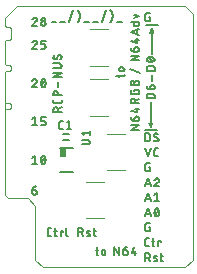
<source format=gto>
G04 EAGLE Gerber X2 export*
%TF.Part,Single*%
%TF.FileFunction,Other,silk top*%
%TF.FilePolarity,Positive*%
%TF.GenerationSoftware,Autodesk,EAGLE,9.5.2*%
%TF.CreationDate,2020-03-22T18:50:51Z*%
G75*
%MOMM*%
%FSLAX34Y34*%
%LPD*%
%INsilk top*%
%AMOC8*
5,1,8,0,0,1.08239X$1,22.5*%
G01*
%ADD10C,0.000000*%
%ADD11C,0.127000*%
%ADD12C,0.150000*%
%ADD13C,0.152400*%
%ADD14C,0.101600*%
%ADD15R,0.500000X0.675000*%


D10*
X0Y-36000D02*
X3000Y-39000D01*
X19500Y-39000D01*
X26000Y-45500D01*
X26000Y-91000D01*
X32500Y-97500D01*
X152750Y-97500D01*
X159250Y-91000D01*
X159250Y117000D01*
X152750Y123500D01*
X10000Y123500D01*
X0Y113500D01*
X0Y107500D01*
X0Y94000D02*
X0Y75000D01*
X1000Y74000D01*
X4000Y74000D01*
X5000Y73000D01*
X5000Y70000D02*
X4000Y69000D01*
X1000Y69000D01*
X0Y68000D01*
X5000Y70000D02*
X5000Y73000D01*
X0Y68000D02*
X0Y42500D01*
X1000Y41500D01*
X4000Y41500D01*
X5000Y40500D01*
X5000Y37500D02*
X4000Y36500D01*
X1000Y36500D01*
X0Y35500D01*
X5000Y37500D02*
X5000Y40500D01*
X0Y42000D02*
X0Y35500D01*
X0Y-36000D01*
X1000Y106500D02*
X0Y107500D01*
X1000Y106500D02*
X4000Y106500D01*
X5000Y105500D01*
X5000Y96000D01*
X4000Y95000D01*
X1000Y95000D01*
X0Y94000D01*
D11*
X121782Y114635D02*
X122925Y114635D01*
X122925Y110825D01*
X120639Y110825D01*
X120562Y110827D01*
X120485Y110833D01*
X120408Y110843D01*
X120332Y110856D01*
X120257Y110874D01*
X120183Y110895D01*
X120110Y110920D01*
X120038Y110949D01*
X119968Y110981D01*
X119899Y111016D01*
X119833Y111056D01*
X119768Y111098D01*
X119706Y111144D01*
X119646Y111193D01*
X119589Y111244D01*
X119534Y111299D01*
X119483Y111356D01*
X119434Y111416D01*
X119388Y111478D01*
X119346Y111543D01*
X119306Y111609D01*
X119271Y111678D01*
X119239Y111748D01*
X119210Y111820D01*
X119185Y111893D01*
X119164Y111967D01*
X119146Y112042D01*
X119133Y112118D01*
X119123Y112195D01*
X119117Y112272D01*
X119115Y112349D01*
X119115Y116159D01*
X119117Y116236D01*
X119123Y116313D01*
X119133Y116390D01*
X119146Y116466D01*
X119164Y116541D01*
X119185Y116615D01*
X119210Y116688D01*
X119239Y116760D01*
X119271Y116830D01*
X119306Y116899D01*
X119346Y116965D01*
X119388Y117030D01*
X119434Y117092D01*
X119483Y117152D01*
X119534Y117209D01*
X119589Y117264D01*
X119646Y117315D01*
X119706Y117364D01*
X119768Y117410D01*
X119833Y117452D01*
X119899Y117492D01*
X119968Y117527D01*
X120038Y117559D01*
X120110Y117588D01*
X120183Y117613D01*
X120257Y117634D01*
X120332Y117652D01*
X120408Y117665D01*
X120485Y117675D01*
X120562Y117681D01*
X120639Y117683D01*
X122925Y117683D01*
X122925Y-12365D02*
X121782Y-12365D01*
X122925Y-12365D02*
X122925Y-16175D01*
X120639Y-16175D01*
X120562Y-16173D01*
X120485Y-16167D01*
X120408Y-16157D01*
X120332Y-16144D01*
X120257Y-16126D01*
X120183Y-16105D01*
X120110Y-16080D01*
X120038Y-16051D01*
X119968Y-16019D01*
X119899Y-15984D01*
X119833Y-15944D01*
X119768Y-15902D01*
X119706Y-15856D01*
X119646Y-15807D01*
X119589Y-15756D01*
X119534Y-15701D01*
X119483Y-15644D01*
X119434Y-15584D01*
X119388Y-15522D01*
X119346Y-15457D01*
X119306Y-15391D01*
X119271Y-15322D01*
X119239Y-15252D01*
X119210Y-15180D01*
X119185Y-15107D01*
X119164Y-15033D01*
X119146Y-14958D01*
X119133Y-14882D01*
X119123Y-14805D01*
X119117Y-14728D01*
X119115Y-14651D01*
X119115Y-10841D01*
X119117Y-10764D01*
X119123Y-10687D01*
X119133Y-10610D01*
X119146Y-10534D01*
X119164Y-10459D01*
X119185Y-10385D01*
X119210Y-10312D01*
X119239Y-10240D01*
X119271Y-10170D01*
X119306Y-10101D01*
X119346Y-10035D01*
X119388Y-9970D01*
X119434Y-9908D01*
X119483Y-9848D01*
X119534Y-9791D01*
X119589Y-9736D01*
X119646Y-9685D01*
X119706Y-9636D01*
X119768Y-9590D01*
X119833Y-9548D01*
X119899Y-9508D01*
X119968Y-9473D01*
X120038Y-9441D01*
X120110Y-9412D01*
X120183Y-9387D01*
X120257Y-9366D01*
X120332Y-9348D01*
X120408Y-9335D01*
X120485Y-9325D01*
X120562Y-9319D01*
X120639Y-9317D01*
X122925Y-9317D01*
X122925Y-63165D02*
X121782Y-63165D01*
X122925Y-63165D02*
X122925Y-66975D01*
X120639Y-66975D01*
X120562Y-66973D01*
X120485Y-66967D01*
X120408Y-66957D01*
X120332Y-66944D01*
X120257Y-66926D01*
X120183Y-66905D01*
X120110Y-66880D01*
X120038Y-66851D01*
X119968Y-66819D01*
X119899Y-66784D01*
X119833Y-66744D01*
X119768Y-66702D01*
X119706Y-66656D01*
X119646Y-66607D01*
X119589Y-66556D01*
X119534Y-66501D01*
X119483Y-66444D01*
X119434Y-66384D01*
X119388Y-66322D01*
X119346Y-66257D01*
X119306Y-66191D01*
X119271Y-66122D01*
X119239Y-66052D01*
X119210Y-65980D01*
X119185Y-65907D01*
X119164Y-65833D01*
X119146Y-65758D01*
X119133Y-65682D01*
X119123Y-65605D01*
X119117Y-65528D01*
X119115Y-65451D01*
X119115Y-61641D01*
X119117Y-61564D01*
X119123Y-61487D01*
X119133Y-61410D01*
X119146Y-61334D01*
X119164Y-61259D01*
X119185Y-61185D01*
X119210Y-61112D01*
X119239Y-61040D01*
X119271Y-60970D01*
X119306Y-60901D01*
X119346Y-60835D01*
X119388Y-60770D01*
X119434Y-60708D01*
X119483Y-60648D01*
X119534Y-60591D01*
X119589Y-60536D01*
X119646Y-60485D01*
X119706Y-60436D01*
X119768Y-60390D01*
X119833Y-60348D01*
X119899Y-60308D01*
X119968Y-60273D01*
X120038Y-60241D01*
X120110Y-60212D01*
X120183Y-60187D01*
X120257Y-60166D01*
X120332Y-60148D01*
X120408Y-60135D01*
X120485Y-60125D01*
X120562Y-60119D01*
X120639Y-60117D01*
X122925Y-60117D01*
X120131Y45811D02*
X126989Y45811D01*
X120131Y45811D02*
X120131Y47716D01*
X120133Y47801D01*
X120139Y47887D01*
X120148Y47972D01*
X120162Y48056D01*
X120179Y48140D01*
X120200Y48223D01*
X120224Y48305D01*
X120252Y48385D01*
X120284Y48465D01*
X120320Y48543D01*
X120358Y48619D01*
X120401Y48693D01*
X120446Y48765D01*
X120495Y48836D01*
X120547Y48904D01*
X120601Y48969D01*
X120659Y49032D01*
X120720Y49093D01*
X120783Y49151D01*
X120848Y49205D01*
X120916Y49257D01*
X120987Y49306D01*
X121059Y49351D01*
X121133Y49394D01*
X121209Y49432D01*
X121287Y49468D01*
X121367Y49500D01*
X121447Y49528D01*
X121529Y49552D01*
X121612Y49573D01*
X121696Y49590D01*
X121780Y49604D01*
X121865Y49613D01*
X121951Y49619D01*
X122036Y49621D01*
X125084Y49621D01*
X125169Y49619D01*
X125255Y49613D01*
X125340Y49604D01*
X125424Y49590D01*
X125508Y49573D01*
X125591Y49552D01*
X125673Y49528D01*
X125753Y49500D01*
X125833Y49468D01*
X125911Y49432D01*
X125987Y49394D01*
X126061Y49351D01*
X126133Y49306D01*
X126204Y49257D01*
X126272Y49205D01*
X126337Y49151D01*
X126400Y49093D01*
X126461Y49032D01*
X126519Y48969D01*
X126573Y48904D01*
X126625Y48836D01*
X126674Y48765D01*
X126719Y48693D01*
X126762Y48619D01*
X126800Y48543D01*
X126836Y48465D01*
X126868Y48385D01*
X126896Y48305D01*
X126920Y48223D01*
X126941Y48140D01*
X126958Y48056D01*
X126972Y47972D01*
X126981Y47887D01*
X126987Y47801D01*
X126989Y47716D01*
X126989Y45811D01*
X123179Y53370D02*
X123179Y55656D01*
X123181Y55733D01*
X123187Y55810D01*
X123197Y55887D01*
X123210Y55963D01*
X123228Y56038D01*
X123249Y56112D01*
X123274Y56185D01*
X123303Y56257D01*
X123335Y56327D01*
X123370Y56396D01*
X123410Y56462D01*
X123452Y56527D01*
X123498Y56589D01*
X123547Y56649D01*
X123598Y56706D01*
X123653Y56761D01*
X123710Y56812D01*
X123770Y56861D01*
X123832Y56907D01*
X123897Y56949D01*
X123963Y56989D01*
X124032Y57024D01*
X124102Y57056D01*
X124174Y57085D01*
X124247Y57110D01*
X124321Y57131D01*
X124396Y57149D01*
X124472Y57162D01*
X124549Y57172D01*
X124626Y57178D01*
X124703Y57180D01*
X125084Y57180D01*
X125169Y57178D01*
X125255Y57172D01*
X125340Y57163D01*
X125424Y57149D01*
X125508Y57132D01*
X125591Y57111D01*
X125673Y57087D01*
X125753Y57059D01*
X125833Y57027D01*
X125911Y56991D01*
X125987Y56953D01*
X126061Y56910D01*
X126133Y56865D01*
X126204Y56816D01*
X126272Y56764D01*
X126337Y56710D01*
X126400Y56652D01*
X126461Y56591D01*
X126519Y56528D01*
X126573Y56463D01*
X126625Y56395D01*
X126674Y56324D01*
X126719Y56252D01*
X126762Y56178D01*
X126800Y56102D01*
X126836Y56024D01*
X126868Y55944D01*
X126896Y55864D01*
X126920Y55782D01*
X126941Y55699D01*
X126958Y55615D01*
X126972Y55531D01*
X126981Y55446D01*
X126987Y55360D01*
X126989Y55275D01*
X126987Y55190D01*
X126981Y55104D01*
X126972Y55019D01*
X126958Y54935D01*
X126941Y54851D01*
X126920Y54768D01*
X126896Y54686D01*
X126868Y54606D01*
X126836Y54526D01*
X126800Y54448D01*
X126762Y54372D01*
X126719Y54298D01*
X126674Y54226D01*
X126625Y54155D01*
X126573Y54087D01*
X126519Y54022D01*
X126461Y53959D01*
X126400Y53898D01*
X126337Y53840D01*
X126272Y53786D01*
X126204Y53734D01*
X126133Y53685D01*
X126061Y53640D01*
X125987Y53597D01*
X125911Y53559D01*
X125833Y53523D01*
X125753Y53491D01*
X125673Y53463D01*
X125591Y53439D01*
X125508Y53418D01*
X125424Y53401D01*
X125340Y53387D01*
X125255Y53378D01*
X125169Y53372D01*
X125084Y53370D01*
X123179Y53370D01*
X123070Y53372D01*
X122962Y53378D01*
X122853Y53387D01*
X122745Y53401D01*
X122638Y53418D01*
X122531Y53440D01*
X122425Y53465D01*
X122320Y53493D01*
X122216Y53526D01*
X122114Y53562D01*
X122013Y53602D01*
X121913Y53645D01*
X121815Y53692D01*
X121718Y53743D01*
X121624Y53797D01*
X121531Y53854D01*
X121441Y53914D01*
X121352Y53978D01*
X121266Y54045D01*
X121183Y54114D01*
X121102Y54187D01*
X121024Y54263D01*
X120948Y54341D01*
X120875Y54422D01*
X120806Y54505D01*
X120739Y54591D01*
X120675Y54680D01*
X120615Y54770D01*
X120558Y54863D01*
X120504Y54957D01*
X120453Y55054D01*
X120406Y55152D01*
X120363Y55252D01*
X120323Y55353D01*
X120287Y55455D01*
X120254Y55559D01*
X120226Y55664D01*
X120201Y55770D01*
X120179Y55877D01*
X120162Y55984D01*
X120148Y56092D01*
X120139Y56201D01*
X120133Y56309D01*
X120131Y56418D01*
X124322Y60792D02*
X124322Y65364D01*
X126989Y69220D02*
X120131Y69220D01*
X120131Y71125D01*
X120133Y71210D01*
X120139Y71296D01*
X120148Y71381D01*
X120162Y71465D01*
X120179Y71549D01*
X120200Y71632D01*
X120224Y71714D01*
X120252Y71794D01*
X120284Y71874D01*
X120320Y71952D01*
X120358Y72028D01*
X120401Y72102D01*
X120446Y72174D01*
X120495Y72245D01*
X120547Y72313D01*
X120601Y72378D01*
X120659Y72441D01*
X120720Y72502D01*
X120783Y72560D01*
X120848Y72614D01*
X120916Y72666D01*
X120987Y72715D01*
X121059Y72760D01*
X121133Y72803D01*
X121209Y72841D01*
X121287Y72877D01*
X121367Y72909D01*
X121447Y72937D01*
X121529Y72961D01*
X121612Y72982D01*
X121696Y72999D01*
X121780Y73013D01*
X121865Y73022D01*
X121951Y73028D01*
X122036Y73030D01*
X125084Y73030D01*
X125169Y73028D01*
X125255Y73022D01*
X125340Y73013D01*
X125424Y72999D01*
X125508Y72982D01*
X125591Y72961D01*
X125673Y72937D01*
X125753Y72909D01*
X125833Y72877D01*
X125911Y72841D01*
X125987Y72803D01*
X126061Y72760D01*
X126133Y72715D01*
X126204Y72666D01*
X126272Y72614D01*
X126337Y72560D01*
X126400Y72502D01*
X126461Y72441D01*
X126519Y72378D01*
X126573Y72313D01*
X126625Y72245D01*
X126674Y72174D01*
X126719Y72102D01*
X126762Y72028D01*
X126800Y71952D01*
X126836Y71874D01*
X126868Y71794D01*
X126896Y71714D01*
X126920Y71632D01*
X126941Y71549D01*
X126958Y71465D01*
X126972Y71381D01*
X126981Y71296D01*
X126987Y71210D01*
X126989Y71125D01*
X126989Y69220D01*
X123560Y76778D02*
X123418Y76780D01*
X123275Y76785D01*
X123133Y76794D01*
X122991Y76807D01*
X122850Y76823D01*
X122709Y76842D01*
X122568Y76866D01*
X122428Y76892D01*
X122289Y76923D01*
X122151Y76957D01*
X122013Y76994D01*
X121877Y77034D01*
X121741Y77079D01*
X121607Y77126D01*
X121474Y77177D01*
X121342Y77231D01*
X121212Y77289D01*
X121083Y77350D01*
X121084Y77350D02*
X121015Y77376D01*
X120949Y77405D01*
X120883Y77437D01*
X120820Y77472D01*
X120758Y77511D01*
X120698Y77553D01*
X120641Y77598D01*
X120586Y77646D01*
X120534Y77697D01*
X120484Y77750D01*
X120438Y77806D01*
X120394Y77864D01*
X120353Y77925D01*
X120315Y77987D01*
X120281Y78051D01*
X120250Y78117D01*
X120222Y78185D01*
X120198Y78254D01*
X120178Y78324D01*
X120161Y78395D01*
X120148Y78466D01*
X120139Y78538D01*
X120133Y78611D01*
X120131Y78684D01*
X120133Y78757D01*
X120139Y78830D01*
X120148Y78902D01*
X120161Y78973D01*
X120178Y79044D01*
X120198Y79114D01*
X120222Y79183D01*
X120250Y79251D01*
X120281Y79317D01*
X120315Y79381D01*
X120353Y79443D01*
X120394Y79504D01*
X120438Y79562D01*
X120484Y79618D01*
X120534Y79671D01*
X120586Y79722D01*
X120641Y79770D01*
X120698Y79815D01*
X120758Y79857D01*
X120820Y79896D01*
X120883Y79931D01*
X120949Y79963D01*
X121015Y79992D01*
X121084Y80018D01*
X121083Y80017D02*
X121212Y80078D01*
X121342Y80136D01*
X121474Y80190D01*
X121607Y80241D01*
X121741Y80288D01*
X121877Y80333D01*
X122013Y80373D01*
X122151Y80410D01*
X122289Y80444D01*
X122428Y80475D01*
X122568Y80501D01*
X122709Y80525D01*
X122850Y80544D01*
X122991Y80560D01*
X123133Y80573D01*
X123275Y80582D01*
X123418Y80587D01*
X123560Y80589D01*
X123560Y76778D02*
X123702Y76780D01*
X123845Y76785D01*
X123987Y76794D01*
X124129Y76807D01*
X124270Y76823D01*
X124411Y76842D01*
X124552Y76866D01*
X124692Y76892D01*
X124831Y76923D01*
X124969Y76957D01*
X125107Y76994D01*
X125243Y77034D01*
X125379Y77079D01*
X125513Y77126D01*
X125646Y77177D01*
X125778Y77231D01*
X125908Y77289D01*
X126037Y77350D01*
X126036Y77350D02*
X126105Y77376D01*
X126171Y77405D01*
X126237Y77437D01*
X126300Y77472D01*
X126362Y77511D01*
X126422Y77553D01*
X126479Y77598D01*
X126534Y77646D01*
X126586Y77697D01*
X126636Y77750D01*
X126682Y77806D01*
X126726Y77864D01*
X126767Y77925D01*
X126805Y77987D01*
X126839Y78051D01*
X126870Y78117D01*
X126898Y78185D01*
X126922Y78254D01*
X126942Y78324D01*
X126959Y78395D01*
X126972Y78466D01*
X126981Y78538D01*
X126987Y78611D01*
X126989Y78684D01*
X126037Y80017D02*
X125908Y80078D01*
X125778Y80136D01*
X125646Y80190D01*
X125513Y80241D01*
X125379Y80288D01*
X125243Y80333D01*
X125107Y80373D01*
X124969Y80410D01*
X124831Y80444D01*
X124692Y80475D01*
X124552Y80501D01*
X124411Y80525D01*
X124270Y80544D01*
X124129Y80560D01*
X123987Y80573D01*
X123845Y80582D01*
X123702Y80587D01*
X123560Y80589D01*
X126036Y80018D02*
X126105Y79992D01*
X126171Y79963D01*
X126237Y79931D01*
X126300Y79896D01*
X126362Y79857D01*
X126422Y79815D01*
X126479Y79770D01*
X126534Y79722D01*
X126586Y79671D01*
X126636Y79618D01*
X126682Y79562D01*
X126726Y79504D01*
X126767Y79443D01*
X126805Y79381D01*
X126839Y79317D01*
X126870Y79251D01*
X126898Y79183D01*
X126922Y79114D01*
X126942Y79044D01*
X126959Y78973D01*
X126972Y78902D01*
X126981Y78830D01*
X126987Y78757D01*
X126989Y78684D01*
X125465Y77160D02*
X121655Y80208D01*
X119115Y16083D02*
X119115Y9225D01*
X119115Y16083D02*
X121020Y16083D01*
X121105Y16081D01*
X121191Y16075D01*
X121276Y16066D01*
X121360Y16052D01*
X121444Y16035D01*
X121527Y16014D01*
X121609Y15990D01*
X121689Y15962D01*
X121769Y15930D01*
X121847Y15894D01*
X121923Y15856D01*
X121997Y15813D01*
X122069Y15768D01*
X122140Y15719D01*
X122208Y15667D01*
X122273Y15613D01*
X122336Y15555D01*
X122397Y15494D01*
X122455Y15431D01*
X122509Y15366D01*
X122561Y15298D01*
X122610Y15227D01*
X122655Y15155D01*
X122698Y15081D01*
X122736Y15005D01*
X122772Y14927D01*
X122804Y14847D01*
X122832Y14767D01*
X122856Y14685D01*
X122877Y14602D01*
X122894Y14518D01*
X122908Y14434D01*
X122917Y14349D01*
X122923Y14263D01*
X122925Y14178D01*
X122925Y11130D01*
X122923Y11045D01*
X122917Y10959D01*
X122908Y10874D01*
X122894Y10790D01*
X122877Y10706D01*
X122856Y10623D01*
X122832Y10541D01*
X122804Y10461D01*
X122772Y10381D01*
X122736Y10303D01*
X122698Y10227D01*
X122655Y10153D01*
X122610Y10081D01*
X122561Y10010D01*
X122509Y9942D01*
X122455Y9877D01*
X122397Y9814D01*
X122336Y9753D01*
X122273Y9695D01*
X122208Y9641D01*
X122140Y9589D01*
X122069Y9540D01*
X121997Y9495D01*
X121923Y9452D01*
X121847Y9414D01*
X121769Y9378D01*
X121689Y9346D01*
X121609Y9318D01*
X121527Y9294D01*
X121444Y9273D01*
X121360Y9256D01*
X121276Y9242D01*
X121191Y9233D01*
X121105Y9227D01*
X121020Y9225D01*
X119115Y9225D01*
X128716Y9225D02*
X128793Y9227D01*
X128870Y9233D01*
X128947Y9243D01*
X129023Y9256D01*
X129098Y9274D01*
X129172Y9295D01*
X129245Y9320D01*
X129317Y9349D01*
X129387Y9381D01*
X129456Y9416D01*
X129522Y9456D01*
X129587Y9498D01*
X129649Y9544D01*
X129709Y9593D01*
X129766Y9644D01*
X129821Y9699D01*
X129872Y9756D01*
X129921Y9816D01*
X129967Y9878D01*
X130009Y9943D01*
X130049Y10009D01*
X130084Y10078D01*
X130116Y10148D01*
X130145Y10220D01*
X130170Y10293D01*
X130191Y10367D01*
X130209Y10442D01*
X130222Y10518D01*
X130232Y10595D01*
X130238Y10672D01*
X130240Y10749D01*
X128716Y9225D02*
X128606Y9227D01*
X128495Y9233D01*
X128385Y9242D01*
X128275Y9255D01*
X128166Y9272D01*
X128058Y9293D01*
X127950Y9317D01*
X127843Y9346D01*
X127737Y9377D01*
X127633Y9413D01*
X127529Y9452D01*
X127427Y9494D01*
X127327Y9540D01*
X127228Y9590D01*
X127131Y9642D01*
X127035Y9699D01*
X126942Y9758D01*
X126851Y9820D01*
X126762Y9886D01*
X126675Y9954D01*
X126591Y10026D01*
X126509Y10100D01*
X126430Y10177D01*
X126621Y14559D02*
X126623Y14636D01*
X126629Y14713D01*
X126639Y14790D01*
X126652Y14866D01*
X126670Y14941D01*
X126691Y15015D01*
X126716Y15088D01*
X126745Y15160D01*
X126777Y15230D01*
X126812Y15299D01*
X126852Y15365D01*
X126894Y15430D01*
X126940Y15492D01*
X126989Y15552D01*
X127040Y15609D01*
X127095Y15664D01*
X127152Y15715D01*
X127212Y15764D01*
X127274Y15810D01*
X127339Y15852D01*
X127405Y15892D01*
X127474Y15927D01*
X127544Y15959D01*
X127616Y15988D01*
X127689Y16013D01*
X127763Y16034D01*
X127838Y16052D01*
X127914Y16065D01*
X127991Y16075D01*
X128068Y16081D01*
X128145Y16083D01*
X128145Y16084D02*
X128247Y16082D01*
X128349Y16077D01*
X128451Y16068D01*
X128552Y16055D01*
X128653Y16038D01*
X128753Y16019D01*
X128853Y15995D01*
X128951Y15968D01*
X129049Y15937D01*
X129145Y15903D01*
X129240Y15866D01*
X129334Y15825D01*
X129426Y15781D01*
X129516Y15733D01*
X129605Y15683D01*
X129692Y15629D01*
X129777Y15572D01*
X129860Y15512D01*
X127383Y13225D02*
X127318Y13266D01*
X127255Y13309D01*
X127195Y13356D01*
X127136Y13406D01*
X127081Y13458D01*
X127028Y13513D01*
X126977Y13571D01*
X126930Y13631D01*
X126886Y13694D01*
X126844Y13758D01*
X126806Y13824D01*
X126772Y13893D01*
X126741Y13963D01*
X126713Y14034D01*
X126689Y14106D01*
X126668Y14180D01*
X126651Y14255D01*
X126638Y14330D01*
X126629Y14406D01*
X126623Y14482D01*
X126621Y14559D01*
X129478Y12083D02*
X129543Y12042D01*
X129606Y11999D01*
X129666Y11952D01*
X129725Y11902D01*
X129780Y11850D01*
X129833Y11795D01*
X129884Y11737D01*
X129931Y11677D01*
X129975Y11614D01*
X130017Y11550D01*
X130055Y11484D01*
X130089Y11415D01*
X130120Y11345D01*
X130148Y11274D01*
X130172Y11202D01*
X130193Y11128D01*
X130210Y11053D01*
X130223Y10978D01*
X130232Y10902D01*
X130238Y10826D01*
X130240Y10749D01*
X129478Y12083D02*
X127383Y13226D01*
X119115Y3383D02*
X121401Y-3475D01*
X123687Y3383D01*
X128304Y-3475D02*
X129828Y-3475D01*
X128304Y-3475D02*
X128227Y-3473D01*
X128150Y-3467D01*
X128073Y-3457D01*
X127997Y-3444D01*
X127922Y-3426D01*
X127848Y-3405D01*
X127775Y-3380D01*
X127703Y-3351D01*
X127633Y-3319D01*
X127564Y-3284D01*
X127498Y-3244D01*
X127433Y-3202D01*
X127371Y-3156D01*
X127311Y-3107D01*
X127254Y-3056D01*
X127199Y-3001D01*
X127148Y-2944D01*
X127099Y-2884D01*
X127053Y-2822D01*
X127011Y-2757D01*
X126971Y-2691D01*
X126936Y-2622D01*
X126904Y-2552D01*
X126875Y-2480D01*
X126850Y-2407D01*
X126829Y-2333D01*
X126811Y-2258D01*
X126798Y-2182D01*
X126788Y-2105D01*
X126782Y-2028D01*
X126780Y-1951D01*
X126780Y1859D01*
X126782Y1936D01*
X126788Y2013D01*
X126798Y2090D01*
X126811Y2166D01*
X126829Y2241D01*
X126850Y2315D01*
X126875Y2388D01*
X126904Y2460D01*
X126936Y2530D01*
X126971Y2599D01*
X127011Y2665D01*
X127053Y2730D01*
X127099Y2792D01*
X127148Y2852D01*
X127199Y2909D01*
X127254Y2964D01*
X127311Y3015D01*
X127371Y3064D01*
X127433Y3110D01*
X127498Y3152D01*
X127564Y3192D01*
X127633Y3227D01*
X127703Y3259D01*
X127775Y3288D01*
X127848Y3313D01*
X127922Y3334D01*
X127997Y3352D01*
X128073Y3365D01*
X128150Y3375D01*
X128227Y3381D01*
X128304Y3383D01*
X129828Y3383D01*
X121401Y-22017D02*
X119115Y-28875D01*
X123687Y-28875D02*
X121401Y-22017D01*
X123116Y-27161D02*
X119687Y-27161D01*
X128907Y-22017D02*
X128989Y-22019D01*
X129070Y-22025D01*
X129151Y-22034D01*
X129232Y-22048D01*
X129311Y-22065D01*
X129390Y-22086D01*
X129468Y-22111D01*
X129544Y-22140D01*
X129619Y-22172D01*
X129693Y-22208D01*
X129765Y-22247D01*
X129834Y-22289D01*
X129902Y-22335D01*
X129967Y-22384D01*
X130030Y-22436D01*
X130090Y-22491D01*
X130148Y-22549D01*
X130203Y-22609D01*
X130255Y-22672D01*
X130304Y-22737D01*
X130350Y-22805D01*
X130392Y-22875D01*
X130431Y-22946D01*
X130467Y-23020D01*
X130499Y-23095D01*
X130528Y-23171D01*
X130553Y-23249D01*
X130574Y-23328D01*
X130591Y-23407D01*
X130605Y-23488D01*
X130614Y-23569D01*
X130620Y-23650D01*
X130622Y-23732D01*
X128907Y-22017D02*
X128815Y-22019D01*
X128723Y-22025D01*
X128631Y-22034D01*
X128539Y-22048D01*
X128449Y-22065D01*
X128359Y-22086D01*
X128270Y-22111D01*
X128182Y-22140D01*
X128095Y-22172D01*
X128010Y-22208D01*
X127927Y-22247D01*
X127845Y-22290D01*
X127765Y-22336D01*
X127687Y-22386D01*
X127611Y-22438D01*
X127538Y-22494D01*
X127467Y-22553D01*
X127398Y-22615D01*
X127332Y-22680D01*
X127269Y-22747D01*
X127209Y-22817D01*
X127151Y-22889D01*
X127097Y-22964D01*
X127046Y-23041D01*
X126998Y-23120D01*
X126954Y-23201D01*
X126913Y-23284D01*
X126875Y-23368D01*
X126841Y-23454D01*
X126811Y-23541D01*
X130050Y-25066D02*
X130109Y-25007D01*
X130165Y-24946D01*
X130218Y-24883D01*
X130269Y-24817D01*
X130316Y-24749D01*
X130360Y-24679D01*
X130401Y-24607D01*
X130439Y-24533D01*
X130473Y-24458D01*
X130504Y-24381D01*
X130531Y-24303D01*
X130555Y-24223D01*
X130576Y-24143D01*
X130592Y-24062D01*
X130605Y-23980D01*
X130615Y-23898D01*
X130620Y-23815D01*
X130622Y-23732D01*
X130050Y-25065D02*
X126811Y-28875D01*
X130621Y-28875D01*
X121401Y-34717D02*
X119115Y-41575D01*
X123687Y-41575D02*
X121401Y-34717D01*
X123116Y-39861D02*
X119687Y-39861D01*
X126811Y-36241D02*
X128716Y-34717D01*
X128716Y-41575D01*
X126811Y-41575D02*
X130621Y-41575D01*
X121401Y-47417D02*
X119115Y-54275D01*
X123687Y-54275D02*
X121401Y-47417D01*
X123116Y-52561D02*
X119687Y-52561D01*
X126811Y-50846D02*
X126813Y-50704D01*
X126818Y-50561D01*
X126827Y-50419D01*
X126840Y-50277D01*
X126856Y-50136D01*
X126875Y-49995D01*
X126899Y-49854D01*
X126925Y-49714D01*
X126956Y-49575D01*
X126990Y-49437D01*
X127027Y-49299D01*
X127067Y-49163D01*
X127112Y-49027D01*
X127159Y-48893D01*
X127210Y-48760D01*
X127264Y-48628D01*
X127322Y-48498D01*
X127383Y-48369D01*
X127382Y-48370D02*
X127408Y-48301D01*
X127437Y-48235D01*
X127469Y-48169D01*
X127504Y-48106D01*
X127543Y-48044D01*
X127585Y-47984D01*
X127630Y-47927D01*
X127678Y-47872D01*
X127729Y-47820D01*
X127782Y-47770D01*
X127838Y-47724D01*
X127896Y-47680D01*
X127957Y-47639D01*
X128019Y-47601D01*
X128083Y-47567D01*
X128149Y-47536D01*
X128217Y-47508D01*
X128286Y-47484D01*
X128356Y-47464D01*
X128427Y-47447D01*
X128498Y-47434D01*
X128570Y-47425D01*
X128643Y-47419D01*
X128716Y-47417D01*
X128789Y-47419D01*
X128862Y-47425D01*
X128934Y-47434D01*
X129005Y-47447D01*
X129076Y-47464D01*
X129146Y-47484D01*
X129215Y-47508D01*
X129283Y-47536D01*
X129349Y-47567D01*
X129413Y-47601D01*
X129475Y-47639D01*
X129536Y-47680D01*
X129594Y-47724D01*
X129650Y-47770D01*
X129703Y-47820D01*
X129754Y-47872D01*
X129802Y-47927D01*
X129847Y-47984D01*
X129889Y-48044D01*
X129928Y-48106D01*
X129963Y-48169D01*
X129995Y-48235D01*
X130024Y-48301D01*
X130050Y-48370D01*
X130050Y-48369D02*
X130111Y-48498D01*
X130169Y-48628D01*
X130223Y-48760D01*
X130274Y-48893D01*
X130321Y-49027D01*
X130366Y-49163D01*
X130406Y-49299D01*
X130443Y-49437D01*
X130477Y-49575D01*
X130508Y-49714D01*
X130534Y-49854D01*
X130558Y-49995D01*
X130577Y-50136D01*
X130593Y-50277D01*
X130606Y-50419D01*
X130615Y-50561D01*
X130620Y-50704D01*
X130622Y-50846D01*
X126811Y-50846D02*
X126813Y-50988D01*
X126818Y-51131D01*
X126827Y-51273D01*
X126840Y-51415D01*
X126856Y-51556D01*
X126875Y-51697D01*
X126899Y-51838D01*
X126925Y-51978D01*
X126956Y-52117D01*
X126990Y-52255D01*
X127027Y-52393D01*
X127067Y-52529D01*
X127112Y-52665D01*
X127159Y-52799D01*
X127210Y-52932D01*
X127264Y-53064D01*
X127322Y-53194D01*
X127383Y-53323D01*
X127382Y-53322D02*
X127408Y-53391D01*
X127437Y-53457D01*
X127469Y-53523D01*
X127504Y-53586D01*
X127543Y-53648D01*
X127585Y-53708D01*
X127630Y-53765D01*
X127678Y-53820D01*
X127729Y-53872D01*
X127782Y-53922D01*
X127838Y-53968D01*
X127896Y-54012D01*
X127957Y-54053D01*
X128019Y-54091D01*
X128083Y-54125D01*
X128149Y-54156D01*
X128217Y-54184D01*
X128286Y-54208D01*
X128356Y-54228D01*
X128427Y-54245D01*
X128498Y-54258D01*
X128570Y-54267D01*
X128643Y-54273D01*
X128716Y-54275D01*
X130050Y-53323D02*
X130111Y-53194D01*
X130169Y-53064D01*
X130223Y-52932D01*
X130274Y-52799D01*
X130321Y-52665D01*
X130366Y-52529D01*
X130406Y-52393D01*
X130443Y-52255D01*
X130477Y-52117D01*
X130508Y-51978D01*
X130534Y-51838D01*
X130558Y-51697D01*
X130577Y-51556D01*
X130593Y-51415D01*
X130606Y-51273D01*
X130615Y-51131D01*
X130620Y-50988D01*
X130622Y-50846D01*
X130050Y-53322D02*
X130024Y-53391D01*
X129995Y-53457D01*
X129963Y-53523D01*
X129928Y-53586D01*
X129889Y-53648D01*
X129847Y-53708D01*
X129802Y-53765D01*
X129754Y-53820D01*
X129703Y-53872D01*
X129650Y-53922D01*
X129594Y-53968D01*
X129536Y-54012D01*
X129475Y-54053D01*
X129413Y-54091D01*
X129349Y-54125D01*
X129283Y-54156D01*
X129215Y-54184D01*
X129146Y-54208D01*
X129076Y-54228D01*
X129005Y-54245D01*
X128934Y-54258D01*
X128862Y-54267D01*
X128789Y-54273D01*
X128716Y-54275D01*
X127192Y-52751D02*
X130240Y-48941D01*
X122163Y-79675D02*
X120639Y-79675D01*
X120562Y-79673D01*
X120485Y-79667D01*
X120408Y-79657D01*
X120332Y-79644D01*
X120257Y-79626D01*
X120183Y-79605D01*
X120110Y-79580D01*
X120038Y-79551D01*
X119968Y-79519D01*
X119899Y-79484D01*
X119833Y-79444D01*
X119768Y-79402D01*
X119706Y-79356D01*
X119646Y-79307D01*
X119589Y-79256D01*
X119534Y-79201D01*
X119483Y-79144D01*
X119434Y-79084D01*
X119388Y-79022D01*
X119346Y-78957D01*
X119306Y-78891D01*
X119271Y-78822D01*
X119239Y-78752D01*
X119210Y-78680D01*
X119185Y-78607D01*
X119164Y-78533D01*
X119146Y-78458D01*
X119133Y-78382D01*
X119123Y-78305D01*
X119117Y-78228D01*
X119115Y-78151D01*
X119115Y-74341D01*
X119117Y-74264D01*
X119123Y-74187D01*
X119133Y-74110D01*
X119146Y-74034D01*
X119164Y-73959D01*
X119185Y-73885D01*
X119210Y-73812D01*
X119239Y-73740D01*
X119271Y-73670D01*
X119306Y-73601D01*
X119346Y-73535D01*
X119388Y-73470D01*
X119434Y-73408D01*
X119483Y-73348D01*
X119534Y-73291D01*
X119589Y-73236D01*
X119646Y-73185D01*
X119706Y-73136D01*
X119768Y-73090D01*
X119833Y-73048D01*
X119899Y-73008D01*
X119968Y-72973D01*
X120038Y-72941D01*
X120110Y-72912D01*
X120183Y-72887D01*
X120257Y-72866D01*
X120332Y-72848D01*
X120408Y-72835D01*
X120485Y-72825D01*
X120562Y-72819D01*
X120639Y-72817D01*
X122163Y-72817D01*
X124454Y-75103D02*
X126740Y-75103D01*
X125216Y-72817D02*
X125216Y-78532D01*
X125218Y-78598D01*
X125224Y-78665D01*
X125233Y-78730D01*
X125247Y-78796D01*
X125264Y-78860D01*
X125285Y-78923D01*
X125309Y-78985D01*
X125338Y-79045D01*
X125369Y-79104D01*
X125404Y-79160D01*
X125442Y-79215D01*
X125483Y-79267D01*
X125528Y-79316D01*
X125575Y-79363D01*
X125624Y-79408D01*
X125676Y-79449D01*
X125731Y-79487D01*
X125788Y-79522D01*
X125846Y-79553D01*
X125906Y-79582D01*
X125968Y-79606D01*
X126031Y-79627D01*
X126095Y-79644D01*
X126161Y-79658D01*
X126226Y-79667D01*
X126293Y-79673D01*
X126359Y-79675D01*
X126740Y-79675D01*
X130075Y-79675D02*
X130075Y-75103D01*
X132361Y-75103D01*
X132361Y-75865D01*
X119115Y-85517D02*
X119115Y-92375D01*
X119115Y-85517D02*
X121020Y-85517D01*
X121105Y-85519D01*
X121191Y-85525D01*
X121276Y-85534D01*
X121360Y-85548D01*
X121444Y-85565D01*
X121527Y-85586D01*
X121609Y-85610D01*
X121689Y-85638D01*
X121769Y-85670D01*
X121847Y-85706D01*
X121923Y-85744D01*
X121997Y-85787D01*
X122069Y-85832D01*
X122140Y-85881D01*
X122208Y-85933D01*
X122273Y-85987D01*
X122336Y-86045D01*
X122397Y-86106D01*
X122455Y-86169D01*
X122509Y-86234D01*
X122561Y-86302D01*
X122610Y-86373D01*
X122655Y-86445D01*
X122698Y-86519D01*
X122736Y-86595D01*
X122772Y-86673D01*
X122804Y-86753D01*
X122832Y-86833D01*
X122856Y-86915D01*
X122877Y-86998D01*
X122894Y-87082D01*
X122908Y-87166D01*
X122917Y-87251D01*
X122923Y-87337D01*
X122925Y-87422D01*
X122923Y-87507D01*
X122917Y-87593D01*
X122908Y-87678D01*
X122894Y-87762D01*
X122877Y-87846D01*
X122856Y-87929D01*
X122832Y-88011D01*
X122804Y-88091D01*
X122772Y-88171D01*
X122736Y-88249D01*
X122698Y-88325D01*
X122655Y-88399D01*
X122610Y-88471D01*
X122561Y-88542D01*
X122509Y-88610D01*
X122455Y-88675D01*
X122397Y-88738D01*
X122336Y-88799D01*
X122273Y-88857D01*
X122208Y-88911D01*
X122140Y-88963D01*
X122069Y-89012D01*
X121997Y-89057D01*
X121923Y-89100D01*
X121847Y-89138D01*
X121769Y-89174D01*
X121689Y-89206D01*
X121609Y-89234D01*
X121527Y-89258D01*
X121444Y-89279D01*
X121360Y-89296D01*
X121276Y-89310D01*
X121191Y-89319D01*
X121105Y-89325D01*
X121020Y-89327D01*
X119115Y-89327D01*
X121401Y-89327D02*
X122925Y-92375D01*
X126825Y-89708D02*
X128730Y-90470D01*
X126825Y-89708D02*
X126768Y-89683D01*
X126713Y-89655D01*
X126659Y-89623D01*
X126608Y-89588D01*
X126559Y-89549D01*
X126512Y-89508D01*
X126468Y-89464D01*
X126427Y-89417D01*
X126389Y-89367D01*
X126355Y-89315D01*
X126323Y-89262D01*
X126295Y-89206D01*
X126271Y-89149D01*
X126250Y-89090D01*
X126233Y-89030D01*
X126220Y-88969D01*
X126211Y-88907D01*
X126205Y-88845D01*
X126204Y-88783D01*
X126207Y-88721D01*
X126213Y-88659D01*
X126223Y-88597D01*
X126237Y-88537D01*
X126255Y-88477D01*
X126277Y-88418D01*
X126302Y-88362D01*
X126331Y-88306D01*
X126363Y-88253D01*
X126399Y-88202D01*
X126438Y-88153D01*
X126479Y-88107D01*
X126524Y-88063D01*
X126571Y-88022D01*
X126621Y-87985D01*
X126673Y-87950D01*
X126727Y-87919D01*
X126783Y-87892D01*
X126840Y-87868D01*
X126899Y-87847D01*
X126959Y-87831D01*
X127020Y-87818D01*
X127082Y-87809D01*
X127144Y-87804D01*
X127206Y-87803D01*
X127207Y-87803D02*
X127333Y-87807D01*
X127459Y-87814D01*
X127585Y-87825D01*
X127711Y-87840D01*
X127836Y-87858D01*
X127960Y-87880D01*
X128084Y-87906D01*
X128207Y-87935D01*
X128329Y-87968D01*
X128450Y-88004D01*
X128569Y-88044D01*
X128688Y-88088D01*
X128805Y-88134D01*
X128921Y-88184D01*
X128731Y-90470D02*
X128788Y-90495D01*
X128843Y-90523D01*
X128897Y-90555D01*
X128948Y-90590D01*
X128997Y-90629D01*
X129044Y-90670D01*
X129088Y-90714D01*
X129129Y-90761D01*
X129167Y-90811D01*
X129201Y-90863D01*
X129233Y-90916D01*
X129261Y-90972D01*
X129285Y-91029D01*
X129306Y-91088D01*
X129323Y-91148D01*
X129336Y-91209D01*
X129345Y-91271D01*
X129351Y-91333D01*
X129352Y-91395D01*
X129349Y-91457D01*
X129343Y-91519D01*
X129333Y-91581D01*
X129319Y-91641D01*
X129301Y-91701D01*
X129279Y-91760D01*
X129254Y-91816D01*
X129225Y-91872D01*
X129193Y-91925D01*
X129157Y-91976D01*
X129118Y-92025D01*
X129077Y-92071D01*
X129032Y-92115D01*
X128985Y-92156D01*
X128935Y-92193D01*
X128883Y-92228D01*
X128829Y-92259D01*
X128773Y-92286D01*
X128716Y-92310D01*
X128657Y-92331D01*
X128597Y-92347D01*
X128536Y-92360D01*
X128474Y-92369D01*
X128412Y-92374D01*
X128350Y-92375D01*
X128197Y-92371D01*
X128044Y-92364D01*
X127892Y-92353D01*
X127740Y-92338D01*
X127588Y-92319D01*
X127437Y-92297D01*
X127286Y-92272D01*
X127136Y-92243D01*
X126987Y-92210D01*
X126838Y-92174D01*
X126691Y-92134D01*
X126544Y-92091D01*
X126398Y-92044D01*
X126254Y-91994D01*
X131912Y-87803D02*
X134198Y-87803D01*
X132674Y-85517D02*
X132674Y-91232D01*
X132676Y-91298D01*
X132682Y-91365D01*
X132691Y-91430D01*
X132705Y-91496D01*
X132722Y-91560D01*
X132743Y-91623D01*
X132767Y-91685D01*
X132796Y-91745D01*
X132827Y-91804D01*
X132862Y-91860D01*
X132900Y-91915D01*
X132941Y-91967D01*
X132986Y-92016D01*
X133033Y-92063D01*
X133082Y-92108D01*
X133134Y-92149D01*
X133189Y-92187D01*
X133246Y-92222D01*
X133304Y-92253D01*
X133364Y-92282D01*
X133426Y-92306D01*
X133489Y-92327D01*
X133553Y-92344D01*
X133619Y-92358D01*
X133684Y-92367D01*
X133751Y-92373D01*
X133817Y-92375D01*
X134198Y-92375D01*
D12*
X124460Y83520D02*
X124460Y105110D01*
X123190Y101300D01*
X125730Y101300D01*
X124460Y105110D01*
X119380Y107650D02*
X129540Y107650D01*
X123500Y42740D02*
X123500Y21150D01*
X124770Y24960D01*
X122230Y24960D02*
X123500Y21150D01*
X128580Y18610D02*
X118420Y18610D01*
D11*
X25731Y-31935D02*
X23445Y-31935D01*
X25731Y-31935D02*
X25808Y-31937D01*
X25885Y-31943D01*
X25962Y-31953D01*
X26038Y-31966D01*
X26113Y-31984D01*
X26187Y-32005D01*
X26260Y-32030D01*
X26332Y-32059D01*
X26402Y-32091D01*
X26471Y-32126D01*
X26537Y-32166D01*
X26602Y-32208D01*
X26664Y-32254D01*
X26724Y-32303D01*
X26781Y-32354D01*
X26836Y-32409D01*
X26887Y-32466D01*
X26936Y-32526D01*
X26982Y-32588D01*
X27024Y-32653D01*
X27064Y-32719D01*
X27099Y-32788D01*
X27131Y-32858D01*
X27160Y-32930D01*
X27185Y-33003D01*
X27206Y-33077D01*
X27224Y-33152D01*
X27237Y-33228D01*
X27247Y-33305D01*
X27253Y-33382D01*
X27255Y-33459D01*
X27255Y-33840D01*
X27253Y-33925D01*
X27247Y-34011D01*
X27238Y-34096D01*
X27224Y-34180D01*
X27207Y-34264D01*
X27186Y-34347D01*
X27162Y-34429D01*
X27134Y-34509D01*
X27102Y-34589D01*
X27066Y-34667D01*
X27028Y-34743D01*
X26985Y-34817D01*
X26940Y-34889D01*
X26891Y-34960D01*
X26839Y-35028D01*
X26785Y-35093D01*
X26727Y-35156D01*
X26666Y-35217D01*
X26603Y-35275D01*
X26538Y-35329D01*
X26470Y-35381D01*
X26399Y-35430D01*
X26327Y-35475D01*
X26253Y-35518D01*
X26177Y-35556D01*
X26099Y-35592D01*
X26019Y-35624D01*
X25939Y-35652D01*
X25857Y-35676D01*
X25774Y-35697D01*
X25690Y-35714D01*
X25606Y-35728D01*
X25521Y-35737D01*
X25435Y-35743D01*
X25350Y-35745D01*
X25265Y-35743D01*
X25179Y-35737D01*
X25094Y-35728D01*
X25010Y-35714D01*
X24926Y-35697D01*
X24843Y-35676D01*
X24761Y-35652D01*
X24681Y-35624D01*
X24601Y-35592D01*
X24523Y-35556D01*
X24447Y-35518D01*
X24373Y-35475D01*
X24301Y-35430D01*
X24230Y-35381D01*
X24162Y-35329D01*
X24097Y-35275D01*
X24034Y-35217D01*
X23973Y-35156D01*
X23915Y-35093D01*
X23861Y-35028D01*
X23809Y-34960D01*
X23760Y-34889D01*
X23715Y-34817D01*
X23672Y-34743D01*
X23634Y-34667D01*
X23598Y-34589D01*
X23566Y-34509D01*
X23538Y-34429D01*
X23514Y-34347D01*
X23493Y-34264D01*
X23476Y-34180D01*
X23462Y-34096D01*
X23453Y-34011D01*
X23447Y-33925D01*
X23445Y-33840D01*
X23445Y-31935D01*
X23447Y-31826D01*
X23453Y-31718D01*
X23462Y-31609D01*
X23476Y-31501D01*
X23493Y-31394D01*
X23515Y-31287D01*
X23540Y-31181D01*
X23568Y-31076D01*
X23601Y-30972D01*
X23637Y-30870D01*
X23677Y-30769D01*
X23720Y-30669D01*
X23767Y-30571D01*
X23818Y-30474D01*
X23872Y-30380D01*
X23929Y-30287D01*
X23989Y-30197D01*
X24053Y-30108D01*
X24120Y-30022D01*
X24189Y-29939D01*
X24262Y-29858D01*
X24338Y-29780D01*
X24416Y-29704D01*
X24497Y-29631D01*
X24580Y-29562D01*
X24666Y-29495D01*
X24755Y-29431D01*
X24845Y-29371D01*
X24938Y-29314D01*
X25032Y-29260D01*
X25129Y-29209D01*
X25227Y-29162D01*
X25327Y-29119D01*
X25428Y-29079D01*
X25530Y-29043D01*
X25634Y-29010D01*
X25739Y-28982D01*
X25845Y-28957D01*
X25952Y-28935D01*
X26059Y-28918D01*
X26167Y-28904D01*
X26276Y-28895D01*
X26384Y-28889D01*
X26493Y-28887D01*
X23445Y-4411D02*
X25350Y-2887D01*
X25350Y-9745D01*
X23445Y-9745D02*
X27255Y-9745D01*
X30760Y-6316D02*
X30762Y-6174D01*
X30767Y-6031D01*
X30776Y-5889D01*
X30789Y-5747D01*
X30805Y-5606D01*
X30824Y-5465D01*
X30848Y-5324D01*
X30874Y-5184D01*
X30905Y-5045D01*
X30939Y-4907D01*
X30976Y-4769D01*
X31016Y-4633D01*
X31061Y-4497D01*
X31108Y-4363D01*
X31159Y-4230D01*
X31213Y-4098D01*
X31271Y-3968D01*
X31332Y-3839D01*
X31331Y-3840D02*
X31357Y-3771D01*
X31386Y-3705D01*
X31418Y-3639D01*
X31453Y-3576D01*
X31492Y-3514D01*
X31534Y-3454D01*
X31579Y-3397D01*
X31627Y-3342D01*
X31678Y-3290D01*
X31731Y-3240D01*
X31787Y-3194D01*
X31845Y-3150D01*
X31906Y-3109D01*
X31968Y-3071D01*
X32032Y-3037D01*
X32098Y-3006D01*
X32166Y-2978D01*
X32235Y-2954D01*
X32305Y-2934D01*
X32376Y-2917D01*
X32447Y-2904D01*
X32519Y-2895D01*
X32592Y-2889D01*
X32665Y-2887D01*
X32738Y-2889D01*
X32811Y-2895D01*
X32883Y-2904D01*
X32954Y-2917D01*
X33025Y-2934D01*
X33095Y-2954D01*
X33164Y-2978D01*
X33232Y-3006D01*
X33298Y-3037D01*
X33362Y-3071D01*
X33424Y-3109D01*
X33485Y-3150D01*
X33543Y-3194D01*
X33599Y-3240D01*
X33652Y-3290D01*
X33703Y-3342D01*
X33751Y-3397D01*
X33796Y-3454D01*
X33838Y-3514D01*
X33877Y-3576D01*
X33912Y-3639D01*
X33944Y-3705D01*
X33973Y-3771D01*
X33999Y-3840D01*
X33999Y-3839D02*
X34060Y-3968D01*
X34118Y-4098D01*
X34172Y-4230D01*
X34223Y-4363D01*
X34270Y-4497D01*
X34315Y-4633D01*
X34355Y-4769D01*
X34392Y-4907D01*
X34426Y-5045D01*
X34457Y-5184D01*
X34483Y-5324D01*
X34507Y-5465D01*
X34526Y-5606D01*
X34542Y-5747D01*
X34555Y-5889D01*
X34564Y-6031D01*
X34569Y-6174D01*
X34571Y-6316D01*
X30760Y-6316D02*
X30762Y-6458D01*
X30767Y-6601D01*
X30776Y-6743D01*
X30789Y-6885D01*
X30805Y-7026D01*
X30824Y-7167D01*
X30848Y-7308D01*
X30874Y-7448D01*
X30905Y-7587D01*
X30939Y-7725D01*
X30976Y-7863D01*
X31016Y-7999D01*
X31061Y-8135D01*
X31108Y-8269D01*
X31159Y-8402D01*
X31213Y-8534D01*
X31271Y-8664D01*
X31332Y-8793D01*
X31331Y-8792D02*
X31357Y-8861D01*
X31386Y-8927D01*
X31418Y-8993D01*
X31453Y-9056D01*
X31492Y-9118D01*
X31534Y-9178D01*
X31579Y-9235D01*
X31627Y-9290D01*
X31678Y-9342D01*
X31731Y-9392D01*
X31787Y-9438D01*
X31845Y-9482D01*
X31906Y-9523D01*
X31968Y-9561D01*
X32032Y-9595D01*
X32098Y-9626D01*
X32166Y-9654D01*
X32235Y-9678D01*
X32305Y-9698D01*
X32376Y-9715D01*
X32447Y-9728D01*
X32519Y-9737D01*
X32592Y-9743D01*
X32665Y-9745D01*
X33999Y-8793D02*
X34060Y-8664D01*
X34118Y-8534D01*
X34172Y-8402D01*
X34223Y-8269D01*
X34270Y-8135D01*
X34315Y-7999D01*
X34355Y-7863D01*
X34392Y-7725D01*
X34426Y-7587D01*
X34457Y-7448D01*
X34483Y-7308D01*
X34507Y-7167D01*
X34526Y-7026D01*
X34542Y-6885D01*
X34555Y-6743D01*
X34564Y-6601D01*
X34569Y-6458D01*
X34571Y-6316D01*
X33999Y-8792D02*
X33973Y-8861D01*
X33944Y-8927D01*
X33912Y-8993D01*
X33877Y-9056D01*
X33838Y-9118D01*
X33796Y-9178D01*
X33751Y-9235D01*
X33703Y-9290D01*
X33652Y-9342D01*
X33599Y-9392D01*
X33543Y-9438D01*
X33485Y-9482D01*
X33424Y-9523D01*
X33362Y-9561D01*
X33298Y-9595D01*
X33232Y-9626D01*
X33164Y-9654D01*
X33095Y-9678D01*
X33025Y-9698D01*
X32954Y-9715D01*
X32883Y-9728D01*
X32811Y-9737D01*
X32738Y-9743D01*
X32665Y-9745D01*
X31141Y-8221D02*
X34189Y-4411D01*
X23445Y28089D02*
X25350Y29613D01*
X25350Y22755D01*
X23445Y22755D02*
X27255Y22755D01*
X30760Y22755D02*
X33046Y22755D01*
X33123Y22757D01*
X33200Y22763D01*
X33277Y22773D01*
X33353Y22786D01*
X33428Y22804D01*
X33502Y22825D01*
X33575Y22850D01*
X33647Y22879D01*
X33717Y22911D01*
X33786Y22946D01*
X33852Y22986D01*
X33917Y23028D01*
X33979Y23074D01*
X34039Y23123D01*
X34096Y23174D01*
X34151Y23229D01*
X34202Y23286D01*
X34251Y23346D01*
X34297Y23408D01*
X34339Y23473D01*
X34379Y23539D01*
X34414Y23608D01*
X34446Y23678D01*
X34475Y23750D01*
X34500Y23823D01*
X34521Y23897D01*
X34539Y23972D01*
X34552Y24048D01*
X34562Y24125D01*
X34568Y24202D01*
X34570Y24279D01*
X34570Y25041D01*
X34568Y25118D01*
X34562Y25195D01*
X34552Y25272D01*
X34539Y25348D01*
X34521Y25423D01*
X34500Y25497D01*
X34475Y25570D01*
X34446Y25642D01*
X34414Y25712D01*
X34379Y25781D01*
X34339Y25847D01*
X34297Y25912D01*
X34251Y25974D01*
X34202Y26034D01*
X34151Y26091D01*
X34096Y26146D01*
X34039Y26197D01*
X33979Y26246D01*
X33917Y26292D01*
X33852Y26334D01*
X33786Y26374D01*
X33717Y26409D01*
X33647Y26441D01*
X33575Y26470D01*
X33502Y26495D01*
X33428Y26516D01*
X33353Y26534D01*
X33277Y26547D01*
X33200Y26557D01*
X33123Y26563D01*
X33046Y26565D01*
X30760Y26565D01*
X30760Y29613D01*
X34570Y29613D01*
X27256Y60399D02*
X27254Y60481D01*
X27248Y60562D01*
X27239Y60643D01*
X27225Y60724D01*
X27208Y60803D01*
X27187Y60882D01*
X27162Y60960D01*
X27133Y61036D01*
X27101Y61111D01*
X27065Y61185D01*
X27026Y61257D01*
X26984Y61326D01*
X26938Y61394D01*
X26889Y61459D01*
X26837Y61522D01*
X26782Y61582D01*
X26724Y61640D01*
X26664Y61695D01*
X26601Y61747D01*
X26536Y61796D01*
X26468Y61842D01*
X26399Y61884D01*
X26327Y61923D01*
X26253Y61959D01*
X26178Y61991D01*
X26102Y62020D01*
X26024Y62045D01*
X25945Y62066D01*
X25866Y62083D01*
X25785Y62097D01*
X25704Y62106D01*
X25623Y62112D01*
X25541Y62114D01*
X25541Y62113D02*
X25449Y62111D01*
X25357Y62105D01*
X25265Y62096D01*
X25173Y62082D01*
X25083Y62065D01*
X24993Y62044D01*
X24904Y62019D01*
X24816Y61990D01*
X24729Y61958D01*
X24644Y61922D01*
X24561Y61883D01*
X24479Y61840D01*
X24399Y61794D01*
X24321Y61744D01*
X24245Y61692D01*
X24172Y61636D01*
X24101Y61577D01*
X24032Y61515D01*
X23966Y61450D01*
X23903Y61383D01*
X23843Y61313D01*
X23785Y61241D01*
X23731Y61166D01*
X23680Y61089D01*
X23632Y61010D01*
X23588Y60929D01*
X23547Y60846D01*
X23509Y60762D01*
X23475Y60676D01*
X23445Y60589D01*
X26684Y59065D02*
X26743Y59124D01*
X26799Y59185D01*
X26852Y59248D01*
X26903Y59314D01*
X26950Y59382D01*
X26994Y59452D01*
X27035Y59524D01*
X27073Y59598D01*
X27107Y59673D01*
X27138Y59750D01*
X27165Y59828D01*
X27189Y59908D01*
X27210Y59988D01*
X27226Y60069D01*
X27239Y60151D01*
X27249Y60233D01*
X27254Y60316D01*
X27256Y60399D01*
X26684Y59065D02*
X23445Y55255D01*
X27255Y55255D01*
X30760Y58684D02*
X30762Y58826D01*
X30767Y58969D01*
X30776Y59111D01*
X30789Y59253D01*
X30805Y59394D01*
X30824Y59535D01*
X30848Y59676D01*
X30874Y59816D01*
X30905Y59955D01*
X30939Y60093D01*
X30976Y60231D01*
X31016Y60367D01*
X31061Y60503D01*
X31108Y60637D01*
X31159Y60770D01*
X31213Y60902D01*
X31271Y61032D01*
X31332Y61161D01*
X31331Y61160D02*
X31357Y61229D01*
X31386Y61295D01*
X31418Y61361D01*
X31453Y61424D01*
X31492Y61486D01*
X31534Y61546D01*
X31579Y61603D01*
X31627Y61658D01*
X31678Y61710D01*
X31731Y61760D01*
X31787Y61806D01*
X31845Y61850D01*
X31906Y61891D01*
X31968Y61929D01*
X32032Y61963D01*
X32098Y61994D01*
X32166Y62022D01*
X32235Y62046D01*
X32305Y62066D01*
X32376Y62083D01*
X32447Y62096D01*
X32519Y62105D01*
X32592Y62111D01*
X32665Y62113D01*
X32738Y62111D01*
X32811Y62105D01*
X32883Y62096D01*
X32954Y62083D01*
X33025Y62066D01*
X33095Y62046D01*
X33164Y62022D01*
X33232Y61994D01*
X33298Y61963D01*
X33362Y61929D01*
X33424Y61891D01*
X33485Y61850D01*
X33543Y61806D01*
X33599Y61760D01*
X33652Y61710D01*
X33703Y61658D01*
X33751Y61603D01*
X33796Y61546D01*
X33838Y61486D01*
X33877Y61424D01*
X33912Y61361D01*
X33944Y61295D01*
X33973Y61229D01*
X33999Y61160D01*
X33999Y61161D02*
X34060Y61032D01*
X34118Y60902D01*
X34172Y60770D01*
X34223Y60637D01*
X34270Y60503D01*
X34315Y60367D01*
X34355Y60231D01*
X34392Y60093D01*
X34426Y59955D01*
X34457Y59816D01*
X34483Y59676D01*
X34507Y59535D01*
X34526Y59394D01*
X34542Y59253D01*
X34555Y59111D01*
X34564Y58969D01*
X34569Y58826D01*
X34571Y58684D01*
X30760Y58684D02*
X30762Y58542D01*
X30767Y58399D01*
X30776Y58257D01*
X30789Y58115D01*
X30805Y57974D01*
X30824Y57833D01*
X30848Y57692D01*
X30874Y57552D01*
X30905Y57413D01*
X30939Y57275D01*
X30976Y57137D01*
X31016Y57001D01*
X31061Y56865D01*
X31108Y56731D01*
X31159Y56598D01*
X31213Y56466D01*
X31271Y56336D01*
X31332Y56207D01*
X31331Y56208D02*
X31357Y56139D01*
X31386Y56073D01*
X31418Y56007D01*
X31453Y55944D01*
X31492Y55882D01*
X31534Y55822D01*
X31579Y55765D01*
X31627Y55710D01*
X31678Y55658D01*
X31731Y55608D01*
X31787Y55562D01*
X31845Y55518D01*
X31906Y55477D01*
X31968Y55439D01*
X32032Y55405D01*
X32098Y55374D01*
X32166Y55346D01*
X32235Y55322D01*
X32305Y55302D01*
X32376Y55285D01*
X32447Y55272D01*
X32519Y55263D01*
X32592Y55257D01*
X32665Y55255D01*
X33999Y56207D02*
X34060Y56336D01*
X34118Y56466D01*
X34172Y56598D01*
X34223Y56731D01*
X34270Y56865D01*
X34315Y57001D01*
X34355Y57137D01*
X34392Y57275D01*
X34426Y57413D01*
X34457Y57552D01*
X34483Y57692D01*
X34507Y57833D01*
X34526Y57974D01*
X34542Y58115D01*
X34555Y58257D01*
X34564Y58399D01*
X34569Y58542D01*
X34571Y58684D01*
X33999Y56208D02*
X33973Y56139D01*
X33944Y56073D01*
X33912Y56007D01*
X33877Y55944D01*
X33838Y55882D01*
X33796Y55822D01*
X33751Y55765D01*
X33703Y55710D01*
X33652Y55658D01*
X33599Y55608D01*
X33543Y55562D01*
X33485Y55518D01*
X33424Y55477D01*
X33362Y55439D01*
X33298Y55405D01*
X33232Y55374D01*
X33164Y55346D01*
X33095Y55322D01*
X33025Y55302D01*
X32954Y55285D01*
X32883Y55272D01*
X32811Y55263D01*
X32738Y55257D01*
X32665Y55255D01*
X31141Y56779D02*
X34189Y60589D01*
X27256Y92899D02*
X27254Y92981D01*
X27248Y93062D01*
X27239Y93143D01*
X27225Y93224D01*
X27208Y93303D01*
X27187Y93382D01*
X27162Y93460D01*
X27133Y93536D01*
X27101Y93611D01*
X27065Y93685D01*
X27026Y93757D01*
X26984Y93826D01*
X26938Y93894D01*
X26889Y93959D01*
X26837Y94022D01*
X26782Y94082D01*
X26724Y94140D01*
X26664Y94195D01*
X26601Y94247D01*
X26536Y94296D01*
X26468Y94342D01*
X26399Y94384D01*
X26327Y94423D01*
X26253Y94459D01*
X26178Y94491D01*
X26102Y94520D01*
X26024Y94545D01*
X25945Y94566D01*
X25866Y94583D01*
X25785Y94597D01*
X25704Y94606D01*
X25623Y94612D01*
X25541Y94614D01*
X25541Y94613D02*
X25449Y94611D01*
X25357Y94605D01*
X25265Y94596D01*
X25173Y94582D01*
X25083Y94565D01*
X24993Y94544D01*
X24904Y94519D01*
X24816Y94490D01*
X24729Y94458D01*
X24644Y94422D01*
X24561Y94383D01*
X24479Y94340D01*
X24399Y94294D01*
X24321Y94244D01*
X24245Y94192D01*
X24172Y94136D01*
X24101Y94077D01*
X24032Y94015D01*
X23966Y93950D01*
X23903Y93883D01*
X23843Y93813D01*
X23785Y93741D01*
X23731Y93666D01*
X23680Y93589D01*
X23632Y93510D01*
X23588Y93429D01*
X23547Y93346D01*
X23509Y93262D01*
X23475Y93176D01*
X23445Y93089D01*
X26684Y91565D02*
X26743Y91624D01*
X26799Y91685D01*
X26852Y91748D01*
X26903Y91814D01*
X26950Y91882D01*
X26994Y91952D01*
X27035Y92024D01*
X27073Y92098D01*
X27107Y92173D01*
X27138Y92250D01*
X27165Y92328D01*
X27189Y92408D01*
X27210Y92488D01*
X27226Y92569D01*
X27239Y92651D01*
X27249Y92733D01*
X27254Y92816D01*
X27256Y92899D01*
X26684Y91565D02*
X23445Y87755D01*
X27255Y87755D01*
X30760Y87755D02*
X33046Y87755D01*
X33123Y87757D01*
X33200Y87763D01*
X33277Y87773D01*
X33353Y87786D01*
X33428Y87804D01*
X33502Y87825D01*
X33575Y87850D01*
X33647Y87879D01*
X33717Y87911D01*
X33786Y87946D01*
X33852Y87986D01*
X33917Y88028D01*
X33979Y88074D01*
X34039Y88123D01*
X34096Y88174D01*
X34151Y88229D01*
X34202Y88286D01*
X34251Y88346D01*
X34297Y88408D01*
X34339Y88473D01*
X34379Y88539D01*
X34414Y88608D01*
X34446Y88678D01*
X34475Y88750D01*
X34500Y88823D01*
X34521Y88897D01*
X34539Y88972D01*
X34552Y89048D01*
X34562Y89125D01*
X34568Y89202D01*
X34570Y89279D01*
X34570Y90041D01*
X34568Y90118D01*
X34562Y90195D01*
X34552Y90272D01*
X34539Y90348D01*
X34521Y90423D01*
X34500Y90497D01*
X34475Y90570D01*
X34446Y90642D01*
X34414Y90712D01*
X34379Y90781D01*
X34339Y90847D01*
X34297Y90912D01*
X34251Y90974D01*
X34202Y91034D01*
X34151Y91091D01*
X34096Y91146D01*
X34039Y91197D01*
X33979Y91246D01*
X33917Y91292D01*
X33852Y91334D01*
X33786Y91374D01*
X33717Y91409D01*
X33647Y91441D01*
X33575Y91470D01*
X33502Y91495D01*
X33428Y91516D01*
X33353Y91534D01*
X33277Y91547D01*
X33200Y91557D01*
X33123Y91563D01*
X33046Y91565D01*
X30760Y91565D01*
X30760Y94613D01*
X34570Y94613D01*
X27256Y112399D02*
X27254Y112481D01*
X27248Y112562D01*
X27239Y112643D01*
X27225Y112724D01*
X27208Y112803D01*
X27187Y112882D01*
X27162Y112960D01*
X27133Y113036D01*
X27101Y113111D01*
X27065Y113185D01*
X27026Y113257D01*
X26984Y113326D01*
X26938Y113394D01*
X26889Y113459D01*
X26837Y113522D01*
X26782Y113582D01*
X26724Y113640D01*
X26664Y113695D01*
X26601Y113747D01*
X26536Y113796D01*
X26468Y113842D01*
X26399Y113884D01*
X26327Y113923D01*
X26253Y113959D01*
X26178Y113991D01*
X26102Y114020D01*
X26024Y114045D01*
X25945Y114066D01*
X25866Y114083D01*
X25785Y114097D01*
X25704Y114106D01*
X25623Y114112D01*
X25541Y114114D01*
X25541Y114113D02*
X25449Y114111D01*
X25357Y114105D01*
X25265Y114096D01*
X25173Y114082D01*
X25083Y114065D01*
X24993Y114044D01*
X24904Y114019D01*
X24816Y113990D01*
X24729Y113958D01*
X24644Y113922D01*
X24561Y113883D01*
X24479Y113840D01*
X24399Y113794D01*
X24321Y113744D01*
X24245Y113692D01*
X24172Y113636D01*
X24101Y113577D01*
X24032Y113515D01*
X23966Y113450D01*
X23903Y113383D01*
X23843Y113313D01*
X23785Y113241D01*
X23731Y113166D01*
X23680Y113089D01*
X23632Y113010D01*
X23588Y112929D01*
X23547Y112846D01*
X23509Y112762D01*
X23475Y112676D01*
X23445Y112589D01*
X26684Y111065D02*
X26743Y111124D01*
X26799Y111185D01*
X26852Y111248D01*
X26903Y111314D01*
X26950Y111382D01*
X26994Y111452D01*
X27035Y111524D01*
X27073Y111598D01*
X27107Y111673D01*
X27138Y111750D01*
X27165Y111828D01*
X27189Y111908D01*
X27210Y111988D01*
X27226Y112069D01*
X27239Y112151D01*
X27249Y112233D01*
X27254Y112316D01*
X27256Y112399D01*
X26684Y111065D02*
X23445Y107255D01*
X27255Y107255D01*
X30760Y109160D02*
X30762Y109245D01*
X30768Y109331D01*
X30777Y109416D01*
X30791Y109500D01*
X30808Y109584D01*
X30829Y109667D01*
X30853Y109749D01*
X30881Y109829D01*
X30913Y109909D01*
X30949Y109987D01*
X30987Y110063D01*
X31030Y110137D01*
X31075Y110209D01*
X31124Y110280D01*
X31176Y110348D01*
X31230Y110413D01*
X31288Y110476D01*
X31349Y110537D01*
X31412Y110595D01*
X31477Y110649D01*
X31545Y110701D01*
X31616Y110750D01*
X31688Y110795D01*
X31762Y110838D01*
X31838Y110876D01*
X31916Y110912D01*
X31996Y110944D01*
X32076Y110972D01*
X32158Y110996D01*
X32241Y111017D01*
X32325Y111034D01*
X32409Y111048D01*
X32494Y111057D01*
X32580Y111063D01*
X32665Y111065D01*
X32750Y111063D01*
X32836Y111057D01*
X32921Y111048D01*
X33005Y111034D01*
X33089Y111017D01*
X33172Y110996D01*
X33254Y110972D01*
X33334Y110944D01*
X33414Y110912D01*
X33492Y110876D01*
X33568Y110838D01*
X33642Y110795D01*
X33714Y110750D01*
X33785Y110701D01*
X33853Y110649D01*
X33918Y110595D01*
X33981Y110537D01*
X34042Y110476D01*
X34100Y110413D01*
X34154Y110348D01*
X34206Y110280D01*
X34255Y110209D01*
X34300Y110137D01*
X34343Y110063D01*
X34381Y109987D01*
X34417Y109909D01*
X34449Y109829D01*
X34477Y109749D01*
X34501Y109667D01*
X34522Y109584D01*
X34539Y109500D01*
X34553Y109416D01*
X34562Y109331D01*
X34568Y109245D01*
X34570Y109160D01*
X34568Y109075D01*
X34562Y108989D01*
X34553Y108904D01*
X34539Y108820D01*
X34522Y108736D01*
X34501Y108653D01*
X34477Y108571D01*
X34449Y108491D01*
X34417Y108411D01*
X34381Y108333D01*
X34343Y108257D01*
X34300Y108183D01*
X34255Y108111D01*
X34206Y108040D01*
X34154Y107972D01*
X34100Y107907D01*
X34042Y107844D01*
X33981Y107783D01*
X33918Y107725D01*
X33853Y107671D01*
X33785Y107619D01*
X33714Y107570D01*
X33642Y107525D01*
X33568Y107482D01*
X33492Y107444D01*
X33414Y107408D01*
X33334Y107376D01*
X33254Y107348D01*
X33172Y107324D01*
X33089Y107303D01*
X33005Y107286D01*
X32921Y107272D01*
X32836Y107263D01*
X32750Y107257D01*
X32665Y107255D01*
X32580Y107257D01*
X32494Y107263D01*
X32409Y107272D01*
X32325Y107286D01*
X32241Y107303D01*
X32158Y107324D01*
X32076Y107348D01*
X31996Y107376D01*
X31916Y107408D01*
X31838Y107444D01*
X31762Y107482D01*
X31688Y107525D01*
X31616Y107570D01*
X31545Y107619D01*
X31477Y107671D01*
X31412Y107725D01*
X31349Y107783D01*
X31288Y107844D01*
X31230Y107907D01*
X31176Y107972D01*
X31124Y108040D01*
X31075Y108111D01*
X31030Y108183D01*
X30987Y108257D01*
X30949Y108333D01*
X30913Y108411D01*
X30881Y108491D01*
X30853Y108571D01*
X30829Y108653D01*
X30808Y108736D01*
X30791Y108820D01*
X30777Y108904D01*
X30768Y108989D01*
X30762Y109075D01*
X30760Y109160D01*
X31141Y112589D02*
X31143Y112666D01*
X31149Y112743D01*
X31159Y112820D01*
X31172Y112896D01*
X31190Y112971D01*
X31211Y113045D01*
X31236Y113118D01*
X31265Y113190D01*
X31297Y113260D01*
X31332Y113329D01*
X31372Y113395D01*
X31414Y113460D01*
X31460Y113522D01*
X31509Y113582D01*
X31560Y113639D01*
X31615Y113694D01*
X31672Y113745D01*
X31732Y113794D01*
X31794Y113840D01*
X31859Y113882D01*
X31925Y113922D01*
X31994Y113957D01*
X32064Y113989D01*
X32136Y114018D01*
X32209Y114043D01*
X32283Y114064D01*
X32358Y114082D01*
X32434Y114095D01*
X32511Y114105D01*
X32588Y114111D01*
X32665Y114113D01*
X32742Y114111D01*
X32819Y114105D01*
X32896Y114095D01*
X32972Y114082D01*
X33047Y114064D01*
X33121Y114043D01*
X33194Y114018D01*
X33266Y113989D01*
X33336Y113957D01*
X33405Y113922D01*
X33471Y113882D01*
X33536Y113840D01*
X33598Y113794D01*
X33658Y113745D01*
X33715Y113694D01*
X33770Y113639D01*
X33821Y113582D01*
X33870Y113522D01*
X33916Y113460D01*
X33958Y113395D01*
X33998Y113329D01*
X34033Y113260D01*
X34065Y113190D01*
X34094Y113118D01*
X34119Y113045D01*
X34140Y112971D01*
X34158Y112896D01*
X34171Y112820D01*
X34181Y112743D01*
X34187Y112666D01*
X34189Y112589D01*
X34187Y112512D01*
X34181Y112435D01*
X34171Y112358D01*
X34158Y112282D01*
X34140Y112207D01*
X34119Y112133D01*
X34094Y112060D01*
X34065Y111988D01*
X34033Y111918D01*
X33998Y111849D01*
X33958Y111783D01*
X33916Y111718D01*
X33870Y111656D01*
X33821Y111596D01*
X33770Y111539D01*
X33715Y111484D01*
X33658Y111433D01*
X33598Y111384D01*
X33536Y111338D01*
X33471Y111296D01*
X33405Y111256D01*
X33336Y111221D01*
X33266Y111189D01*
X33194Y111160D01*
X33121Y111135D01*
X33047Y111114D01*
X32972Y111096D01*
X32896Y111083D01*
X32819Y111073D01*
X32742Y111067D01*
X32665Y111065D01*
X32588Y111067D01*
X32511Y111073D01*
X32434Y111083D01*
X32358Y111096D01*
X32283Y111114D01*
X32209Y111135D01*
X32136Y111160D01*
X32064Y111189D01*
X31994Y111221D01*
X31925Y111256D01*
X31859Y111296D01*
X31794Y111338D01*
X31732Y111384D01*
X31672Y111433D01*
X31615Y111484D01*
X31560Y111539D01*
X31509Y111596D01*
X31460Y111656D01*
X31414Y111718D01*
X31372Y111783D01*
X31332Y111849D01*
X31297Y111918D01*
X31265Y111988D01*
X31236Y112060D01*
X31211Y112133D01*
X31190Y112207D01*
X31172Y112282D01*
X31159Y112358D01*
X31149Y112435D01*
X31143Y112512D01*
X31141Y112589D01*
X37909Y-70865D02*
X39433Y-70865D01*
X37909Y-70865D02*
X37832Y-70863D01*
X37755Y-70857D01*
X37678Y-70847D01*
X37602Y-70834D01*
X37527Y-70816D01*
X37453Y-70795D01*
X37380Y-70770D01*
X37308Y-70741D01*
X37238Y-70709D01*
X37169Y-70674D01*
X37103Y-70634D01*
X37038Y-70592D01*
X36976Y-70546D01*
X36916Y-70497D01*
X36859Y-70446D01*
X36804Y-70391D01*
X36753Y-70334D01*
X36704Y-70274D01*
X36658Y-70212D01*
X36616Y-70147D01*
X36576Y-70081D01*
X36541Y-70012D01*
X36509Y-69942D01*
X36480Y-69870D01*
X36455Y-69797D01*
X36434Y-69723D01*
X36416Y-69648D01*
X36403Y-69572D01*
X36393Y-69495D01*
X36387Y-69418D01*
X36385Y-69341D01*
X36385Y-65531D01*
X36387Y-65454D01*
X36393Y-65377D01*
X36403Y-65300D01*
X36416Y-65224D01*
X36434Y-65149D01*
X36455Y-65075D01*
X36480Y-65002D01*
X36509Y-64930D01*
X36541Y-64860D01*
X36576Y-64791D01*
X36616Y-64725D01*
X36658Y-64660D01*
X36704Y-64598D01*
X36753Y-64538D01*
X36804Y-64481D01*
X36859Y-64426D01*
X36916Y-64375D01*
X36976Y-64326D01*
X37038Y-64280D01*
X37103Y-64238D01*
X37169Y-64198D01*
X37238Y-64163D01*
X37308Y-64131D01*
X37380Y-64102D01*
X37453Y-64077D01*
X37527Y-64056D01*
X37602Y-64038D01*
X37678Y-64025D01*
X37755Y-64015D01*
X37832Y-64009D01*
X37909Y-64007D01*
X39433Y-64007D01*
X41724Y-66293D02*
X44010Y-66293D01*
X42486Y-64007D02*
X42486Y-69722D01*
X42488Y-69788D01*
X42494Y-69855D01*
X42503Y-69920D01*
X42517Y-69986D01*
X42534Y-70050D01*
X42555Y-70113D01*
X42579Y-70175D01*
X42608Y-70235D01*
X42639Y-70294D01*
X42674Y-70350D01*
X42712Y-70405D01*
X42753Y-70457D01*
X42798Y-70506D01*
X42845Y-70553D01*
X42894Y-70598D01*
X42946Y-70639D01*
X43001Y-70677D01*
X43058Y-70712D01*
X43116Y-70743D01*
X43176Y-70772D01*
X43238Y-70796D01*
X43301Y-70817D01*
X43365Y-70834D01*
X43431Y-70848D01*
X43496Y-70857D01*
X43563Y-70863D01*
X43629Y-70865D01*
X44010Y-70865D01*
X47345Y-70865D02*
X47345Y-66293D01*
X49631Y-66293D01*
X49631Y-67055D01*
X52184Y-69722D02*
X52184Y-64007D01*
X52184Y-69722D02*
X52186Y-69788D01*
X52192Y-69855D01*
X52201Y-69920D01*
X52215Y-69986D01*
X52232Y-70050D01*
X52253Y-70113D01*
X52277Y-70175D01*
X52306Y-70235D01*
X52337Y-70294D01*
X52372Y-70350D01*
X52410Y-70405D01*
X52451Y-70457D01*
X52496Y-70506D01*
X52543Y-70553D01*
X52592Y-70598D01*
X52644Y-70639D01*
X52699Y-70677D01*
X52756Y-70712D01*
X52814Y-70743D01*
X52874Y-70772D01*
X52936Y-70796D01*
X52999Y-70817D01*
X53063Y-70834D01*
X53129Y-70848D01*
X53194Y-70857D01*
X53261Y-70863D01*
X53327Y-70865D01*
X62385Y-70865D02*
X62385Y-64007D01*
X64290Y-64007D01*
X64375Y-64009D01*
X64461Y-64015D01*
X64546Y-64024D01*
X64630Y-64038D01*
X64714Y-64055D01*
X64797Y-64076D01*
X64879Y-64100D01*
X64959Y-64128D01*
X65039Y-64160D01*
X65117Y-64196D01*
X65193Y-64234D01*
X65267Y-64277D01*
X65339Y-64322D01*
X65410Y-64371D01*
X65478Y-64423D01*
X65543Y-64477D01*
X65606Y-64535D01*
X65667Y-64596D01*
X65725Y-64659D01*
X65779Y-64724D01*
X65831Y-64792D01*
X65880Y-64863D01*
X65925Y-64935D01*
X65968Y-65009D01*
X66006Y-65085D01*
X66042Y-65163D01*
X66074Y-65243D01*
X66102Y-65323D01*
X66126Y-65405D01*
X66147Y-65488D01*
X66164Y-65572D01*
X66178Y-65656D01*
X66187Y-65741D01*
X66193Y-65827D01*
X66195Y-65912D01*
X66193Y-65997D01*
X66187Y-66083D01*
X66178Y-66168D01*
X66164Y-66252D01*
X66147Y-66336D01*
X66126Y-66419D01*
X66102Y-66501D01*
X66074Y-66581D01*
X66042Y-66661D01*
X66006Y-66739D01*
X65968Y-66815D01*
X65925Y-66889D01*
X65880Y-66961D01*
X65831Y-67032D01*
X65779Y-67100D01*
X65725Y-67165D01*
X65667Y-67228D01*
X65606Y-67289D01*
X65543Y-67347D01*
X65478Y-67401D01*
X65410Y-67453D01*
X65339Y-67502D01*
X65267Y-67547D01*
X65193Y-67590D01*
X65117Y-67628D01*
X65039Y-67664D01*
X64959Y-67696D01*
X64879Y-67724D01*
X64797Y-67748D01*
X64714Y-67769D01*
X64630Y-67786D01*
X64546Y-67800D01*
X64461Y-67809D01*
X64375Y-67815D01*
X64290Y-67817D01*
X62385Y-67817D01*
X64671Y-67817D02*
X66195Y-70865D01*
X70095Y-68198D02*
X72000Y-68960D01*
X70095Y-68198D02*
X70038Y-68173D01*
X69983Y-68145D01*
X69929Y-68113D01*
X69878Y-68078D01*
X69829Y-68039D01*
X69782Y-67998D01*
X69738Y-67954D01*
X69697Y-67907D01*
X69659Y-67857D01*
X69625Y-67805D01*
X69593Y-67752D01*
X69565Y-67696D01*
X69541Y-67639D01*
X69520Y-67580D01*
X69503Y-67520D01*
X69490Y-67459D01*
X69481Y-67397D01*
X69475Y-67335D01*
X69474Y-67273D01*
X69477Y-67211D01*
X69483Y-67149D01*
X69493Y-67087D01*
X69507Y-67027D01*
X69525Y-66967D01*
X69547Y-66908D01*
X69572Y-66852D01*
X69601Y-66796D01*
X69633Y-66743D01*
X69669Y-66692D01*
X69708Y-66643D01*
X69749Y-66597D01*
X69794Y-66553D01*
X69841Y-66512D01*
X69891Y-66475D01*
X69943Y-66440D01*
X69997Y-66409D01*
X70053Y-66382D01*
X70110Y-66358D01*
X70169Y-66337D01*
X70229Y-66321D01*
X70290Y-66308D01*
X70352Y-66299D01*
X70414Y-66294D01*
X70476Y-66293D01*
X70477Y-66293D02*
X70603Y-66297D01*
X70729Y-66304D01*
X70855Y-66315D01*
X70981Y-66330D01*
X71106Y-66348D01*
X71230Y-66370D01*
X71354Y-66396D01*
X71477Y-66425D01*
X71599Y-66458D01*
X71720Y-66494D01*
X71839Y-66534D01*
X71958Y-66578D01*
X72075Y-66624D01*
X72191Y-66674D01*
X72001Y-68960D02*
X72058Y-68985D01*
X72113Y-69013D01*
X72167Y-69045D01*
X72218Y-69080D01*
X72267Y-69119D01*
X72314Y-69160D01*
X72358Y-69204D01*
X72399Y-69251D01*
X72437Y-69301D01*
X72471Y-69353D01*
X72503Y-69406D01*
X72531Y-69462D01*
X72555Y-69519D01*
X72576Y-69578D01*
X72593Y-69638D01*
X72606Y-69699D01*
X72615Y-69761D01*
X72621Y-69823D01*
X72622Y-69885D01*
X72619Y-69947D01*
X72613Y-70009D01*
X72603Y-70071D01*
X72589Y-70131D01*
X72571Y-70191D01*
X72549Y-70250D01*
X72524Y-70306D01*
X72495Y-70362D01*
X72463Y-70415D01*
X72427Y-70466D01*
X72388Y-70515D01*
X72347Y-70561D01*
X72302Y-70605D01*
X72255Y-70646D01*
X72205Y-70683D01*
X72153Y-70718D01*
X72099Y-70749D01*
X72043Y-70776D01*
X71986Y-70800D01*
X71927Y-70821D01*
X71867Y-70837D01*
X71806Y-70850D01*
X71744Y-70859D01*
X71682Y-70864D01*
X71620Y-70865D01*
X71467Y-70861D01*
X71314Y-70854D01*
X71162Y-70843D01*
X71010Y-70828D01*
X70858Y-70809D01*
X70707Y-70787D01*
X70556Y-70762D01*
X70406Y-70733D01*
X70257Y-70700D01*
X70108Y-70664D01*
X69961Y-70624D01*
X69814Y-70581D01*
X69668Y-70534D01*
X69524Y-70484D01*
X75182Y-66293D02*
X77468Y-66293D01*
X75944Y-64007D02*
X75944Y-69722D01*
X75946Y-69788D01*
X75952Y-69855D01*
X75961Y-69920D01*
X75975Y-69986D01*
X75992Y-70050D01*
X76013Y-70113D01*
X76037Y-70175D01*
X76066Y-70235D01*
X76097Y-70294D01*
X76132Y-70350D01*
X76170Y-70405D01*
X76211Y-70457D01*
X76256Y-70506D01*
X76303Y-70553D01*
X76352Y-70598D01*
X76404Y-70639D01*
X76459Y-70677D01*
X76516Y-70712D01*
X76574Y-70743D01*
X76634Y-70772D01*
X76696Y-70796D01*
X76759Y-70817D01*
X76823Y-70834D01*
X76889Y-70848D01*
X76954Y-70857D01*
X77021Y-70863D01*
X77087Y-70865D01*
X77468Y-70865D01*
X76955Y-82293D02*
X79241Y-82293D01*
X77717Y-80007D02*
X77717Y-85722D01*
X77719Y-85788D01*
X77725Y-85855D01*
X77734Y-85920D01*
X77748Y-85986D01*
X77765Y-86050D01*
X77786Y-86113D01*
X77810Y-86175D01*
X77839Y-86235D01*
X77870Y-86294D01*
X77905Y-86350D01*
X77943Y-86405D01*
X77984Y-86457D01*
X78029Y-86506D01*
X78076Y-86553D01*
X78125Y-86598D01*
X78177Y-86639D01*
X78232Y-86677D01*
X78289Y-86712D01*
X78347Y-86743D01*
X78407Y-86772D01*
X78469Y-86796D01*
X78532Y-86817D01*
X78596Y-86834D01*
X78662Y-86848D01*
X78727Y-86857D01*
X78794Y-86863D01*
X78860Y-86865D01*
X79241Y-86865D01*
X82269Y-85341D02*
X82269Y-83817D01*
X82271Y-83740D01*
X82277Y-83663D01*
X82287Y-83586D01*
X82300Y-83510D01*
X82318Y-83435D01*
X82339Y-83361D01*
X82364Y-83288D01*
X82393Y-83216D01*
X82425Y-83146D01*
X82460Y-83077D01*
X82500Y-83011D01*
X82542Y-82946D01*
X82588Y-82884D01*
X82637Y-82824D01*
X82688Y-82767D01*
X82743Y-82712D01*
X82800Y-82661D01*
X82860Y-82612D01*
X82922Y-82566D01*
X82987Y-82524D01*
X83053Y-82484D01*
X83122Y-82449D01*
X83192Y-82417D01*
X83264Y-82388D01*
X83337Y-82363D01*
X83411Y-82342D01*
X83486Y-82324D01*
X83562Y-82311D01*
X83639Y-82301D01*
X83716Y-82295D01*
X83793Y-82293D01*
X83870Y-82295D01*
X83947Y-82301D01*
X84024Y-82311D01*
X84100Y-82324D01*
X84175Y-82342D01*
X84249Y-82363D01*
X84322Y-82388D01*
X84394Y-82417D01*
X84464Y-82449D01*
X84533Y-82484D01*
X84599Y-82524D01*
X84664Y-82566D01*
X84726Y-82612D01*
X84786Y-82661D01*
X84843Y-82712D01*
X84898Y-82767D01*
X84949Y-82824D01*
X84998Y-82884D01*
X85044Y-82946D01*
X85086Y-83011D01*
X85126Y-83077D01*
X85161Y-83146D01*
X85193Y-83216D01*
X85222Y-83288D01*
X85247Y-83361D01*
X85268Y-83435D01*
X85286Y-83510D01*
X85299Y-83586D01*
X85309Y-83663D01*
X85315Y-83740D01*
X85317Y-83817D01*
X85317Y-85341D01*
X85315Y-85418D01*
X85309Y-85495D01*
X85299Y-85572D01*
X85286Y-85648D01*
X85268Y-85723D01*
X85247Y-85797D01*
X85222Y-85870D01*
X85193Y-85942D01*
X85161Y-86012D01*
X85126Y-86081D01*
X85086Y-86147D01*
X85044Y-86212D01*
X84998Y-86274D01*
X84949Y-86334D01*
X84898Y-86391D01*
X84843Y-86446D01*
X84786Y-86497D01*
X84726Y-86546D01*
X84664Y-86592D01*
X84599Y-86634D01*
X84533Y-86674D01*
X84464Y-86709D01*
X84394Y-86741D01*
X84322Y-86770D01*
X84249Y-86795D01*
X84175Y-86816D01*
X84100Y-86834D01*
X84024Y-86847D01*
X83947Y-86857D01*
X83870Y-86863D01*
X83793Y-86865D01*
X83716Y-86863D01*
X83639Y-86857D01*
X83562Y-86847D01*
X83486Y-86834D01*
X83411Y-86816D01*
X83337Y-86795D01*
X83264Y-86770D01*
X83192Y-86741D01*
X83122Y-86709D01*
X83053Y-86674D01*
X82987Y-86634D01*
X82922Y-86592D01*
X82860Y-86546D01*
X82800Y-86497D01*
X82743Y-86446D01*
X82688Y-86391D01*
X82637Y-86334D01*
X82588Y-86274D01*
X82542Y-86212D01*
X82500Y-86147D01*
X82460Y-86081D01*
X82425Y-86012D01*
X82393Y-85942D01*
X82364Y-85870D01*
X82339Y-85797D01*
X82318Y-85723D01*
X82300Y-85648D01*
X82287Y-85572D01*
X82277Y-85495D01*
X82271Y-85418D01*
X82269Y-85341D01*
X92861Y-86865D02*
X92861Y-80007D01*
X96671Y-86865D01*
X96671Y-80007D01*
X100420Y-83055D02*
X102706Y-83055D01*
X102783Y-83057D01*
X102860Y-83063D01*
X102937Y-83073D01*
X103013Y-83086D01*
X103088Y-83104D01*
X103162Y-83125D01*
X103235Y-83150D01*
X103307Y-83179D01*
X103377Y-83211D01*
X103446Y-83246D01*
X103512Y-83286D01*
X103577Y-83328D01*
X103639Y-83374D01*
X103699Y-83423D01*
X103756Y-83474D01*
X103811Y-83529D01*
X103862Y-83586D01*
X103911Y-83646D01*
X103957Y-83708D01*
X103999Y-83773D01*
X104039Y-83839D01*
X104074Y-83908D01*
X104106Y-83978D01*
X104135Y-84050D01*
X104160Y-84123D01*
X104181Y-84197D01*
X104199Y-84272D01*
X104212Y-84348D01*
X104222Y-84425D01*
X104228Y-84502D01*
X104230Y-84579D01*
X104230Y-84960D01*
X104228Y-85045D01*
X104222Y-85131D01*
X104213Y-85216D01*
X104199Y-85300D01*
X104182Y-85384D01*
X104161Y-85467D01*
X104137Y-85549D01*
X104109Y-85629D01*
X104077Y-85709D01*
X104041Y-85787D01*
X104003Y-85863D01*
X103960Y-85937D01*
X103915Y-86009D01*
X103866Y-86080D01*
X103814Y-86148D01*
X103760Y-86213D01*
X103702Y-86276D01*
X103641Y-86337D01*
X103578Y-86395D01*
X103513Y-86449D01*
X103445Y-86501D01*
X103374Y-86550D01*
X103302Y-86595D01*
X103228Y-86638D01*
X103152Y-86676D01*
X103074Y-86712D01*
X102994Y-86744D01*
X102914Y-86772D01*
X102832Y-86796D01*
X102749Y-86817D01*
X102665Y-86834D01*
X102581Y-86848D01*
X102496Y-86857D01*
X102410Y-86863D01*
X102325Y-86865D01*
X102240Y-86863D01*
X102154Y-86857D01*
X102069Y-86848D01*
X101985Y-86834D01*
X101901Y-86817D01*
X101818Y-86796D01*
X101736Y-86772D01*
X101656Y-86744D01*
X101576Y-86712D01*
X101498Y-86676D01*
X101422Y-86638D01*
X101348Y-86595D01*
X101276Y-86550D01*
X101205Y-86501D01*
X101137Y-86449D01*
X101072Y-86395D01*
X101009Y-86337D01*
X100948Y-86276D01*
X100890Y-86213D01*
X100836Y-86148D01*
X100784Y-86080D01*
X100735Y-86009D01*
X100690Y-85937D01*
X100647Y-85863D01*
X100609Y-85787D01*
X100573Y-85709D01*
X100541Y-85629D01*
X100513Y-85549D01*
X100489Y-85467D01*
X100468Y-85384D01*
X100451Y-85300D01*
X100437Y-85216D01*
X100428Y-85131D01*
X100422Y-85045D01*
X100420Y-84960D01*
X100420Y-83055D01*
X100422Y-82946D01*
X100428Y-82838D01*
X100437Y-82729D01*
X100451Y-82621D01*
X100468Y-82514D01*
X100490Y-82407D01*
X100515Y-82301D01*
X100543Y-82196D01*
X100576Y-82092D01*
X100612Y-81990D01*
X100652Y-81889D01*
X100695Y-81789D01*
X100742Y-81691D01*
X100793Y-81594D01*
X100847Y-81500D01*
X100904Y-81407D01*
X100964Y-81317D01*
X101028Y-81228D01*
X101095Y-81142D01*
X101164Y-81059D01*
X101237Y-80978D01*
X101313Y-80900D01*
X101391Y-80824D01*
X101472Y-80751D01*
X101555Y-80682D01*
X101641Y-80615D01*
X101730Y-80551D01*
X101820Y-80491D01*
X101913Y-80434D01*
X102007Y-80380D01*
X102104Y-80329D01*
X102202Y-80282D01*
X102302Y-80239D01*
X102403Y-80199D01*
X102505Y-80163D01*
X102609Y-80130D01*
X102714Y-80102D01*
X102820Y-80077D01*
X102927Y-80055D01*
X103034Y-80038D01*
X103142Y-80024D01*
X103251Y-80015D01*
X103359Y-80009D01*
X103468Y-80007D01*
X109259Y-80007D02*
X107735Y-85341D01*
X111545Y-85341D01*
X110402Y-83817D02*
X110402Y-86865D01*
X96851Y63569D02*
X96851Y65855D01*
X94565Y64331D02*
X100280Y64331D01*
X100346Y64333D01*
X100413Y64339D01*
X100478Y64348D01*
X100544Y64362D01*
X100608Y64379D01*
X100671Y64400D01*
X100733Y64424D01*
X100793Y64453D01*
X100852Y64484D01*
X100908Y64519D01*
X100963Y64557D01*
X101015Y64598D01*
X101064Y64643D01*
X101111Y64690D01*
X101156Y64739D01*
X101197Y64791D01*
X101235Y64846D01*
X101270Y64903D01*
X101301Y64961D01*
X101330Y65021D01*
X101354Y65083D01*
X101375Y65146D01*
X101392Y65210D01*
X101406Y65276D01*
X101415Y65341D01*
X101421Y65408D01*
X101423Y65474D01*
X101423Y65855D01*
X99899Y68883D02*
X98375Y68883D01*
X98298Y68885D01*
X98221Y68891D01*
X98144Y68901D01*
X98068Y68914D01*
X97993Y68932D01*
X97919Y68953D01*
X97846Y68978D01*
X97774Y69007D01*
X97704Y69039D01*
X97635Y69074D01*
X97569Y69114D01*
X97504Y69156D01*
X97442Y69202D01*
X97382Y69251D01*
X97325Y69302D01*
X97270Y69357D01*
X97219Y69414D01*
X97170Y69474D01*
X97124Y69536D01*
X97082Y69601D01*
X97042Y69667D01*
X97007Y69736D01*
X96975Y69806D01*
X96946Y69878D01*
X96921Y69951D01*
X96900Y70025D01*
X96882Y70100D01*
X96869Y70176D01*
X96859Y70253D01*
X96853Y70330D01*
X96851Y70407D01*
X96853Y70484D01*
X96859Y70561D01*
X96869Y70638D01*
X96882Y70714D01*
X96900Y70789D01*
X96921Y70863D01*
X96946Y70936D01*
X96975Y71008D01*
X97007Y71078D01*
X97042Y71147D01*
X97082Y71213D01*
X97124Y71278D01*
X97170Y71340D01*
X97219Y71400D01*
X97270Y71457D01*
X97325Y71512D01*
X97382Y71563D01*
X97442Y71612D01*
X97504Y71658D01*
X97569Y71700D01*
X97635Y71740D01*
X97704Y71775D01*
X97774Y71807D01*
X97846Y71836D01*
X97919Y71861D01*
X97993Y71882D01*
X98068Y71900D01*
X98144Y71913D01*
X98221Y71923D01*
X98298Y71929D01*
X98375Y71931D01*
X99899Y71931D01*
X99976Y71929D01*
X100053Y71923D01*
X100130Y71913D01*
X100206Y71900D01*
X100281Y71882D01*
X100355Y71861D01*
X100428Y71836D01*
X100500Y71807D01*
X100570Y71775D01*
X100639Y71740D01*
X100705Y71700D01*
X100770Y71658D01*
X100832Y71612D01*
X100892Y71563D01*
X100949Y71512D01*
X101004Y71457D01*
X101055Y71400D01*
X101104Y71340D01*
X101150Y71278D01*
X101192Y71213D01*
X101232Y71147D01*
X101267Y71078D01*
X101299Y71008D01*
X101328Y70936D01*
X101353Y70863D01*
X101374Y70789D01*
X101392Y70714D01*
X101405Y70638D01*
X101415Y70561D01*
X101421Y70484D01*
X101423Y70407D01*
X101421Y70330D01*
X101415Y70253D01*
X101405Y70176D01*
X101392Y70100D01*
X101374Y70025D01*
X101353Y69951D01*
X101328Y69878D01*
X101299Y69806D01*
X101267Y69736D01*
X101232Y69667D01*
X101192Y69601D01*
X101150Y69536D01*
X101104Y69474D01*
X101055Y69414D01*
X101004Y69357D01*
X100949Y69302D01*
X100892Y69251D01*
X100832Y69202D01*
X100770Y69156D01*
X100705Y69114D01*
X100639Y69074D01*
X100570Y69039D01*
X100500Y69007D01*
X100428Y68978D01*
X100355Y68953D01*
X100281Y68932D01*
X100206Y68914D01*
X100130Y68901D01*
X100053Y68891D01*
X99976Y68885D01*
X99899Y68883D01*
X106757Y18974D02*
X113615Y18974D01*
X113615Y22784D02*
X106757Y18974D01*
X106757Y22784D02*
X113615Y22784D01*
X109805Y26534D02*
X109805Y28820D01*
X109807Y28897D01*
X109813Y28974D01*
X109823Y29051D01*
X109836Y29127D01*
X109854Y29202D01*
X109875Y29276D01*
X109900Y29349D01*
X109929Y29421D01*
X109961Y29491D01*
X109996Y29560D01*
X110036Y29626D01*
X110078Y29691D01*
X110124Y29753D01*
X110173Y29813D01*
X110224Y29870D01*
X110279Y29925D01*
X110336Y29976D01*
X110396Y30025D01*
X110458Y30071D01*
X110523Y30113D01*
X110589Y30153D01*
X110658Y30188D01*
X110728Y30220D01*
X110800Y30249D01*
X110873Y30274D01*
X110947Y30295D01*
X111022Y30313D01*
X111098Y30326D01*
X111175Y30336D01*
X111252Y30342D01*
X111329Y30344D01*
X111710Y30344D01*
X111795Y30342D01*
X111881Y30336D01*
X111966Y30327D01*
X112050Y30313D01*
X112134Y30296D01*
X112217Y30275D01*
X112299Y30251D01*
X112379Y30223D01*
X112459Y30191D01*
X112537Y30155D01*
X112613Y30117D01*
X112687Y30074D01*
X112759Y30029D01*
X112830Y29980D01*
X112898Y29928D01*
X112963Y29874D01*
X113026Y29816D01*
X113087Y29755D01*
X113145Y29692D01*
X113199Y29627D01*
X113251Y29559D01*
X113300Y29488D01*
X113345Y29416D01*
X113388Y29342D01*
X113426Y29266D01*
X113462Y29188D01*
X113494Y29108D01*
X113522Y29028D01*
X113546Y28946D01*
X113567Y28863D01*
X113584Y28779D01*
X113598Y28695D01*
X113607Y28610D01*
X113613Y28524D01*
X113615Y28439D01*
X113613Y28354D01*
X113607Y28268D01*
X113598Y28183D01*
X113584Y28099D01*
X113567Y28015D01*
X113546Y27932D01*
X113522Y27850D01*
X113494Y27770D01*
X113462Y27690D01*
X113426Y27612D01*
X113388Y27536D01*
X113345Y27462D01*
X113300Y27390D01*
X113251Y27319D01*
X113199Y27251D01*
X113145Y27186D01*
X113087Y27123D01*
X113026Y27062D01*
X112963Y27004D01*
X112898Y26950D01*
X112830Y26898D01*
X112759Y26849D01*
X112687Y26804D01*
X112613Y26761D01*
X112537Y26723D01*
X112459Y26687D01*
X112379Y26655D01*
X112299Y26627D01*
X112217Y26603D01*
X112134Y26582D01*
X112050Y26565D01*
X111966Y26551D01*
X111881Y26542D01*
X111795Y26536D01*
X111710Y26534D01*
X109805Y26534D01*
X109696Y26536D01*
X109588Y26542D01*
X109479Y26551D01*
X109371Y26565D01*
X109264Y26582D01*
X109157Y26604D01*
X109051Y26629D01*
X108946Y26657D01*
X108842Y26690D01*
X108740Y26726D01*
X108639Y26766D01*
X108539Y26809D01*
X108441Y26856D01*
X108344Y26907D01*
X108250Y26961D01*
X108157Y27018D01*
X108067Y27078D01*
X107978Y27142D01*
X107892Y27209D01*
X107809Y27278D01*
X107728Y27351D01*
X107650Y27427D01*
X107574Y27505D01*
X107501Y27586D01*
X107432Y27669D01*
X107365Y27755D01*
X107301Y27844D01*
X107241Y27934D01*
X107184Y28027D01*
X107130Y28121D01*
X107079Y28218D01*
X107032Y28316D01*
X106989Y28416D01*
X106949Y28517D01*
X106913Y28619D01*
X106880Y28723D01*
X106852Y28828D01*
X106827Y28934D01*
X106805Y29041D01*
X106788Y29148D01*
X106774Y29256D01*
X106765Y29365D01*
X106759Y29473D01*
X106757Y29582D01*
X106757Y35373D02*
X112091Y33849D01*
X112091Y37659D01*
X110567Y36516D02*
X113615Y36516D01*
X113615Y41477D02*
X106757Y41477D01*
X106757Y43382D01*
X106759Y43467D01*
X106765Y43553D01*
X106774Y43638D01*
X106788Y43722D01*
X106805Y43806D01*
X106826Y43889D01*
X106850Y43971D01*
X106878Y44051D01*
X106910Y44131D01*
X106946Y44209D01*
X106984Y44285D01*
X107027Y44359D01*
X107072Y44431D01*
X107121Y44502D01*
X107173Y44570D01*
X107227Y44635D01*
X107285Y44698D01*
X107346Y44759D01*
X107409Y44817D01*
X107474Y44871D01*
X107542Y44923D01*
X107613Y44972D01*
X107685Y45017D01*
X107759Y45060D01*
X107835Y45098D01*
X107913Y45134D01*
X107993Y45166D01*
X108073Y45194D01*
X108155Y45218D01*
X108238Y45239D01*
X108322Y45256D01*
X108406Y45270D01*
X108491Y45279D01*
X108577Y45285D01*
X108662Y45287D01*
X108747Y45285D01*
X108833Y45279D01*
X108918Y45270D01*
X109002Y45256D01*
X109086Y45239D01*
X109169Y45218D01*
X109251Y45194D01*
X109331Y45166D01*
X109411Y45134D01*
X109489Y45098D01*
X109565Y45060D01*
X109639Y45017D01*
X109711Y44972D01*
X109782Y44923D01*
X109850Y44871D01*
X109915Y44817D01*
X109978Y44759D01*
X110039Y44698D01*
X110097Y44635D01*
X110151Y44570D01*
X110203Y44502D01*
X110252Y44431D01*
X110297Y44359D01*
X110340Y44285D01*
X110378Y44209D01*
X110414Y44131D01*
X110446Y44051D01*
X110474Y43971D01*
X110498Y43889D01*
X110519Y43806D01*
X110536Y43722D01*
X110550Y43638D01*
X110559Y43553D01*
X110565Y43467D01*
X110567Y43382D01*
X110567Y41477D01*
X110567Y43763D02*
X113615Y45287D01*
X109805Y51634D02*
X109805Y52777D01*
X113615Y52777D01*
X113615Y50491D01*
X113613Y50414D01*
X113607Y50337D01*
X113597Y50260D01*
X113584Y50184D01*
X113566Y50109D01*
X113545Y50035D01*
X113520Y49962D01*
X113491Y49890D01*
X113459Y49820D01*
X113424Y49751D01*
X113384Y49685D01*
X113342Y49620D01*
X113296Y49558D01*
X113247Y49498D01*
X113196Y49441D01*
X113141Y49386D01*
X113084Y49335D01*
X113024Y49286D01*
X112962Y49240D01*
X112897Y49198D01*
X112831Y49158D01*
X112762Y49123D01*
X112692Y49091D01*
X112620Y49062D01*
X112547Y49037D01*
X112473Y49016D01*
X112398Y48998D01*
X112322Y48985D01*
X112245Y48975D01*
X112168Y48969D01*
X112091Y48967D01*
X108281Y48967D01*
X108204Y48969D01*
X108127Y48975D01*
X108050Y48985D01*
X107974Y48998D01*
X107899Y49016D01*
X107825Y49037D01*
X107752Y49062D01*
X107680Y49091D01*
X107610Y49123D01*
X107541Y49158D01*
X107475Y49198D01*
X107410Y49240D01*
X107348Y49286D01*
X107288Y49335D01*
X107231Y49386D01*
X107176Y49441D01*
X107125Y49498D01*
X107076Y49558D01*
X107030Y49620D01*
X106988Y49685D01*
X106948Y49751D01*
X106913Y49820D01*
X106881Y49890D01*
X106852Y49962D01*
X106827Y50035D01*
X106806Y50109D01*
X106788Y50184D01*
X106775Y50260D01*
X106765Y50337D01*
X106759Y50414D01*
X106757Y50491D01*
X106757Y52777D01*
X109805Y56930D02*
X109805Y58835D01*
X109807Y58920D01*
X109813Y59006D01*
X109822Y59091D01*
X109836Y59175D01*
X109853Y59259D01*
X109874Y59342D01*
X109898Y59424D01*
X109926Y59504D01*
X109958Y59584D01*
X109994Y59662D01*
X110032Y59738D01*
X110075Y59812D01*
X110120Y59884D01*
X110169Y59955D01*
X110221Y60023D01*
X110275Y60088D01*
X110333Y60151D01*
X110394Y60212D01*
X110457Y60270D01*
X110522Y60324D01*
X110590Y60376D01*
X110661Y60425D01*
X110733Y60470D01*
X110807Y60513D01*
X110883Y60551D01*
X110961Y60587D01*
X111041Y60619D01*
X111121Y60647D01*
X111203Y60671D01*
X111286Y60692D01*
X111370Y60709D01*
X111454Y60723D01*
X111539Y60732D01*
X111625Y60738D01*
X111710Y60740D01*
X111795Y60738D01*
X111881Y60732D01*
X111966Y60723D01*
X112050Y60709D01*
X112134Y60692D01*
X112217Y60671D01*
X112299Y60647D01*
X112379Y60619D01*
X112459Y60587D01*
X112537Y60551D01*
X112613Y60513D01*
X112687Y60470D01*
X112759Y60425D01*
X112830Y60376D01*
X112898Y60324D01*
X112963Y60270D01*
X113026Y60212D01*
X113087Y60151D01*
X113145Y60088D01*
X113199Y60023D01*
X113251Y59955D01*
X113300Y59884D01*
X113345Y59812D01*
X113388Y59738D01*
X113426Y59662D01*
X113462Y59584D01*
X113494Y59504D01*
X113522Y59424D01*
X113546Y59342D01*
X113567Y59259D01*
X113584Y59175D01*
X113598Y59091D01*
X113607Y59006D01*
X113613Y58920D01*
X113615Y58835D01*
X113615Y56930D01*
X106757Y56930D01*
X106757Y58835D01*
X106759Y58912D01*
X106765Y58989D01*
X106775Y59066D01*
X106788Y59142D01*
X106806Y59217D01*
X106827Y59291D01*
X106852Y59364D01*
X106881Y59436D01*
X106913Y59506D01*
X106948Y59575D01*
X106988Y59641D01*
X107030Y59706D01*
X107076Y59768D01*
X107125Y59828D01*
X107176Y59885D01*
X107231Y59940D01*
X107288Y59991D01*
X107348Y60040D01*
X107410Y60086D01*
X107475Y60128D01*
X107541Y60168D01*
X107610Y60203D01*
X107680Y60235D01*
X107752Y60264D01*
X107825Y60289D01*
X107899Y60310D01*
X107974Y60328D01*
X108050Y60341D01*
X108127Y60351D01*
X108204Y60357D01*
X108281Y60359D01*
X108358Y60357D01*
X108435Y60351D01*
X108512Y60341D01*
X108588Y60328D01*
X108663Y60310D01*
X108737Y60289D01*
X108810Y60264D01*
X108882Y60235D01*
X108952Y60203D01*
X109021Y60168D01*
X109087Y60128D01*
X109152Y60086D01*
X109214Y60040D01*
X109274Y59991D01*
X109331Y59940D01*
X109386Y59885D01*
X109437Y59828D01*
X109486Y59768D01*
X109532Y59706D01*
X109574Y59641D01*
X109614Y59575D01*
X109649Y59506D01*
X109681Y59436D01*
X109710Y59364D01*
X109735Y59291D01*
X109756Y59217D01*
X109774Y59142D01*
X109787Y59066D01*
X109797Y58989D01*
X109803Y58912D01*
X109805Y58835D01*
X114377Y67392D02*
X105995Y70440D01*
X106757Y77740D02*
X113615Y77740D01*
X113615Y81550D02*
X106757Y77740D01*
X106757Y81550D02*
X113615Y81550D01*
X109805Y85299D02*
X109805Y87585D01*
X109807Y87662D01*
X109813Y87739D01*
X109823Y87816D01*
X109836Y87892D01*
X109854Y87967D01*
X109875Y88041D01*
X109900Y88114D01*
X109929Y88186D01*
X109961Y88256D01*
X109996Y88325D01*
X110036Y88391D01*
X110078Y88456D01*
X110124Y88518D01*
X110173Y88578D01*
X110224Y88635D01*
X110279Y88690D01*
X110336Y88741D01*
X110396Y88790D01*
X110458Y88836D01*
X110523Y88878D01*
X110589Y88918D01*
X110658Y88953D01*
X110728Y88985D01*
X110800Y89014D01*
X110873Y89039D01*
X110947Y89060D01*
X111022Y89078D01*
X111098Y89091D01*
X111175Y89101D01*
X111252Y89107D01*
X111329Y89109D01*
X111710Y89109D01*
X111795Y89107D01*
X111881Y89101D01*
X111966Y89092D01*
X112050Y89078D01*
X112134Y89061D01*
X112217Y89040D01*
X112299Y89016D01*
X112379Y88988D01*
X112459Y88956D01*
X112537Y88920D01*
X112613Y88882D01*
X112687Y88839D01*
X112759Y88794D01*
X112830Y88745D01*
X112898Y88693D01*
X112963Y88639D01*
X113026Y88581D01*
X113087Y88520D01*
X113145Y88457D01*
X113199Y88392D01*
X113251Y88324D01*
X113300Y88253D01*
X113345Y88181D01*
X113388Y88107D01*
X113426Y88031D01*
X113462Y87953D01*
X113494Y87873D01*
X113522Y87793D01*
X113546Y87711D01*
X113567Y87628D01*
X113584Y87544D01*
X113598Y87460D01*
X113607Y87375D01*
X113613Y87289D01*
X113615Y87204D01*
X113613Y87119D01*
X113607Y87033D01*
X113598Y86948D01*
X113584Y86864D01*
X113567Y86780D01*
X113546Y86697D01*
X113522Y86615D01*
X113494Y86535D01*
X113462Y86455D01*
X113426Y86377D01*
X113388Y86301D01*
X113345Y86227D01*
X113300Y86155D01*
X113251Y86084D01*
X113199Y86016D01*
X113145Y85951D01*
X113087Y85888D01*
X113026Y85827D01*
X112963Y85769D01*
X112898Y85715D01*
X112830Y85663D01*
X112759Y85614D01*
X112687Y85569D01*
X112613Y85526D01*
X112537Y85488D01*
X112459Y85452D01*
X112379Y85420D01*
X112299Y85392D01*
X112217Y85368D01*
X112134Y85347D01*
X112050Y85330D01*
X111966Y85316D01*
X111881Y85307D01*
X111795Y85301D01*
X111710Y85299D01*
X109805Y85299D01*
X109696Y85301D01*
X109588Y85307D01*
X109479Y85316D01*
X109371Y85330D01*
X109264Y85347D01*
X109157Y85369D01*
X109051Y85394D01*
X108946Y85422D01*
X108842Y85455D01*
X108740Y85491D01*
X108639Y85531D01*
X108539Y85574D01*
X108441Y85621D01*
X108344Y85672D01*
X108250Y85726D01*
X108157Y85783D01*
X108067Y85843D01*
X107978Y85907D01*
X107892Y85974D01*
X107809Y86043D01*
X107728Y86116D01*
X107650Y86192D01*
X107574Y86270D01*
X107501Y86351D01*
X107432Y86434D01*
X107365Y86520D01*
X107301Y86609D01*
X107241Y86699D01*
X107184Y86792D01*
X107130Y86886D01*
X107079Y86983D01*
X107032Y87081D01*
X106989Y87181D01*
X106949Y87282D01*
X106913Y87384D01*
X106880Y87488D01*
X106852Y87593D01*
X106827Y87699D01*
X106805Y87806D01*
X106788Y87913D01*
X106774Y88021D01*
X106765Y88130D01*
X106759Y88238D01*
X106757Y88347D01*
X106757Y94138D02*
X112091Y92614D01*
X112091Y96424D01*
X110567Y95281D02*
X113615Y95281D01*
X113615Y99548D02*
X106757Y101834D01*
X113615Y104120D01*
X111901Y103549D02*
X111901Y100120D01*
X113615Y110130D02*
X106757Y110130D01*
X113615Y110130D02*
X113615Y108225D01*
X113613Y108159D01*
X113607Y108092D01*
X113598Y108027D01*
X113584Y107961D01*
X113567Y107897D01*
X113546Y107834D01*
X113522Y107772D01*
X113493Y107712D01*
X113462Y107654D01*
X113427Y107597D01*
X113389Y107542D01*
X113348Y107490D01*
X113303Y107441D01*
X113256Y107394D01*
X113207Y107349D01*
X113155Y107308D01*
X113100Y107270D01*
X113044Y107235D01*
X112985Y107204D01*
X112925Y107175D01*
X112863Y107151D01*
X112800Y107130D01*
X112736Y107113D01*
X112670Y107099D01*
X112605Y107090D01*
X112538Y107084D01*
X112472Y107082D01*
X110186Y107082D01*
X110120Y107084D01*
X110053Y107090D01*
X109988Y107099D01*
X109922Y107113D01*
X109858Y107130D01*
X109795Y107151D01*
X109733Y107175D01*
X109673Y107204D01*
X109615Y107235D01*
X109558Y107270D01*
X109503Y107308D01*
X109451Y107349D01*
X109402Y107394D01*
X109355Y107441D01*
X109310Y107490D01*
X109269Y107542D01*
X109231Y107597D01*
X109196Y107654D01*
X109165Y107712D01*
X109136Y107772D01*
X109112Y107834D01*
X109091Y107897D01*
X109074Y107961D01*
X109060Y108027D01*
X109051Y108092D01*
X109045Y108159D01*
X109043Y108225D01*
X109043Y110130D01*
X109043Y113478D02*
X113615Y115002D01*
X109043Y116526D01*
X48115Y34440D02*
X41257Y34440D01*
X41257Y36345D01*
X41259Y36430D01*
X41265Y36516D01*
X41274Y36601D01*
X41288Y36685D01*
X41305Y36769D01*
X41326Y36852D01*
X41350Y36934D01*
X41378Y37014D01*
X41410Y37094D01*
X41446Y37172D01*
X41484Y37248D01*
X41527Y37322D01*
X41572Y37394D01*
X41621Y37465D01*
X41673Y37533D01*
X41727Y37598D01*
X41785Y37661D01*
X41846Y37722D01*
X41909Y37780D01*
X41974Y37834D01*
X42042Y37886D01*
X42113Y37935D01*
X42185Y37980D01*
X42259Y38023D01*
X42335Y38061D01*
X42413Y38097D01*
X42493Y38129D01*
X42573Y38157D01*
X42655Y38181D01*
X42738Y38202D01*
X42822Y38219D01*
X42906Y38233D01*
X42991Y38242D01*
X43077Y38248D01*
X43162Y38250D01*
X43247Y38248D01*
X43333Y38242D01*
X43418Y38233D01*
X43502Y38219D01*
X43586Y38202D01*
X43669Y38181D01*
X43751Y38157D01*
X43831Y38129D01*
X43911Y38097D01*
X43989Y38061D01*
X44065Y38023D01*
X44139Y37980D01*
X44211Y37935D01*
X44282Y37886D01*
X44350Y37834D01*
X44415Y37780D01*
X44478Y37722D01*
X44539Y37661D01*
X44597Y37598D01*
X44651Y37533D01*
X44703Y37465D01*
X44752Y37394D01*
X44797Y37322D01*
X44840Y37248D01*
X44878Y37172D01*
X44914Y37094D01*
X44946Y37014D01*
X44974Y36934D01*
X44998Y36852D01*
X45019Y36769D01*
X45036Y36685D01*
X45050Y36601D01*
X45059Y36516D01*
X45065Y36430D01*
X45067Y36345D01*
X45067Y34440D01*
X45067Y36726D02*
X48115Y38250D01*
X48115Y43179D02*
X48115Y44703D01*
X48115Y43179D02*
X48113Y43102D01*
X48107Y43025D01*
X48097Y42948D01*
X48084Y42872D01*
X48066Y42797D01*
X48045Y42723D01*
X48020Y42650D01*
X47991Y42578D01*
X47959Y42508D01*
X47924Y42439D01*
X47884Y42373D01*
X47842Y42308D01*
X47796Y42246D01*
X47747Y42186D01*
X47696Y42129D01*
X47641Y42074D01*
X47584Y42023D01*
X47524Y41974D01*
X47462Y41928D01*
X47397Y41886D01*
X47331Y41846D01*
X47262Y41811D01*
X47192Y41779D01*
X47120Y41750D01*
X47047Y41725D01*
X46973Y41704D01*
X46898Y41686D01*
X46822Y41673D01*
X46745Y41663D01*
X46668Y41657D01*
X46591Y41655D01*
X42781Y41655D01*
X42704Y41657D01*
X42627Y41663D01*
X42550Y41673D01*
X42474Y41686D01*
X42399Y41704D01*
X42325Y41725D01*
X42252Y41750D01*
X42180Y41779D01*
X42110Y41811D01*
X42041Y41846D01*
X41975Y41886D01*
X41910Y41928D01*
X41848Y41974D01*
X41788Y42023D01*
X41731Y42074D01*
X41676Y42129D01*
X41625Y42186D01*
X41576Y42246D01*
X41530Y42308D01*
X41488Y42373D01*
X41448Y42439D01*
X41413Y42508D01*
X41381Y42578D01*
X41352Y42650D01*
X41327Y42723D01*
X41306Y42797D01*
X41288Y42872D01*
X41275Y42948D01*
X41265Y43025D01*
X41259Y43102D01*
X41257Y43179D01*
X41257Y44703D01*
X41257Y48186D02*
X48115Y48186D01*
X41257Y48186D02*
X41257Y50091D01*
X41259Y50176D01*
X41265Y50262D01*
X41274Y50347D01*
X41288Y50431D01*
X41305Y50515D01*
X41326Y50598D01*
X41350Y50680D01*
X41378Y50760D01*
X41410Y50840D01*
X41446Y50918D01*
X41484Y50994D01*
X41527Y51068D01*
X41572Y51140D01*
X41621Y51211D01*
X41673Y51279D01*
X41727Y51344D01*
X41785Y51407D01*
X41846Y51468D01*
X41909Y51526D01*
X41974Y51580D01*
X42042Y51632D01*
X42113Y51681D01*
X42185Y51726D01*
X42259Y51769D01*
X42335Y51807D01*
X42413Y51843D01*
X42493Y51875D01*
X42573Y51903D01*
X42655Y51927D01*
X42738Y51948D01*
X42822Y51965D01*
X42906Y51979D01*
X42991Y51988D01*
X43077Y51994D01*
X43162Y51996D01*
X43247Y51994D01*
X43333Y51988D01*
X43418Y51979D01*
X43502Y51965D01*
X43586Y51948D01*
X43669Y51927D01*
X43751Y51903D01*
X43831Y51875D01*
X43911Y51843D01*
X43989Y51807D01*
X44065Y51769D01*
X44139Y51726D01*
X44211Y51681D01*
X44282Y51632D01*
X44350Y51580D01*
X44415Y51526D01*
X44478Y51468D01*
X44539Y51407D01*
X44597Y51344D01*
X44651Y51279D01*
X44703Y51211D01*
X44752Y51140D01*
X44797Y51068D01*
X44840Y50994D01*
X44878Y50918D01*
X44914Y50840D01*
X44946Y50760D01*
X44974Y50680D01*
X44998Y50598D01*
X45019Y50515D01*
X45036Y50431D01*
X45050Y50347D01*
X45059Y50262D01*
X45065Y50176D01*
X45067Y50091D01*
X45067Y48186D01*
X45448Y55204D02*
X45448Y59776D01*
X48115Y63632D02*
X41257Y63632D01*
X48115Y67442D01*
X41257Y67442D01*
X41257Y71434D02*
X46210Y71434D01*
X46295Y71436D01*
X46381Y71442D01*
X46466Y71451D01*
X46550Y71465D01*
X46634Y71482D01*
X46717Y71503D01*
X46799Y71527D01*
X46879Y71555D01*
X46959Y71587D01*
X47037Y71623D01*
X47113Y71661D01*
X47187Y71704D01*
X47259Y71749D01*
X47330Y71798D01*
X47398Y71850D01*
X47463Y71904D01*
X47526Y71962D01*
X47587Y72023D01*
X47645Y72086D01*
X47699Y72151D01*
X47751Y72219D01*
X47800Y72290D01*
X47845Y72362D01*
X47888Y72436D01*
X47926Y72512D01*
X47962Y72590D01*
X47994Y72670D01*
X48022Y72750D01*
X48046Y72832D01*
X48067Y72915D01*
X48084Y72999D01*
X48098Y73083D01*
X48107Y73168D01*
X48113Y73254D01*
X48115Y73339D01*
X48113Y73424D01*
X48107Y73510D01*
X48098Y73595D01*
X48084Y73679D01*
X48067Y73763D01*
X48046Y73846D01*
X48022Y73928D01*
X47994Y74008D01*
X47962Y74088D01*
X47926Y74166D01*
X47888Y74242D01*
X47845Y74316D01*
X47800Y74388D01*
X47751Y74459D01*
X47699Y74527D01*
X47645Y74592D01*
X47587Y74655D01*
X47526Y74716D01*
X47463Y74774D01*
X47398Y74828D01*
X47330Y74880D01*
X47259Y74929D01*
X47187Y74974D01*
X47113Y75017D01*
X47037Y75055D01*
X46959Y75091D01*
X46879Y75123D01*
X46799Y75151D01*
X46717Y75175D01*
X46634Y75196D01*
X46550Y75213D01*
X46466Y75227D01*
X46381Y75236D01*
X46295Y75242D01*
X46210Y75244D01*
X41257Y75244D01*
X48115Y81036D02*
X48113Y81113D01*
X48107Y81190D01*
X48097Y81267D01*
X48084Y81343D01*
X48066Y81418D01*
X48045Y81492D01*
X48020Y81565D01*
X47991Y81637D01*
X47959Y81707D01*
X47924Y81776D01*
X47884Y81842D01*
X47842Y81907D01*
X47796Y81969D01*
X47747Y82029D01*
X47696Y82086D01*
X47641Y82141D01*
X47584Y82192D01*
X47524Y82241D01*
X47462Y82287D01*
X47397Y82329D01*
X47331Y82369D01*
X47262Y82404D01*
X47192Y82436D01*
X47120Y82465D01*
X47047Y82490D01*
X46973Y82511D01*
X46898Y82529D01*
X46822Y82542D01*
X46745Y82552D01*
X46668Y82558D01*
X46591Y82560D01*
X48115Y81036D02*
X48113Y80926D01*
X48107Y80815D01*
X48098Y80705D01*
X48085Y80595D01*
X48068Y80486D01*
X48047Y80378D01*
X48023Y80270D01*
X47994Y80163D01*
X47963Y80057D01*
X47927Y79953D01*
X47888Y79849D01*
X47846Y79747D01*
X47800Y79647D01*
X47750Y79548D01*
X47698Y79451D01*
X47641Y79355D01*
X47582Y79262D01*
X47520Y79171D01*
X47454Y79082D01*
X47386Y78995D01*
X47314Y78911D01*
X47240Y78829D01*
X47163Y78750D01*
X42781Y78940D02*
X42704Y78942D01*
X42627Y78948D01*
X42550Y78958D01*
X42474Y78971D01*
X42399Y78989D01*
X42325Y79010D01*
X42252Y79035D01*
X42180Y79064D01*
X42110Y79096D01*
X42041Y79131D01*
X41975Y79171D01*
X41910Y79213D01*
X41848Y79259D01*
X41788Y79308D01*
X41731Y79359D01*
X41676Y79414D01*
X41625Y79471D01*
X41576Y79531D01*
X41530Y79593D01*
X41488Y79658D01*
X41448Y79724D01*
X41413Y79793D01*
X41381Y79863D01*
X41352Y79935D01*
X41327Y80008D01*
X41306Y80082D01*
X41288Y80157D01*
X41275Y80233D01*
X41265Y80310D01*
X41259Y80387D01*
X41257Y80464D01*
X41259Y80566D01*
X41264Y80668D01*
X41273Y80770D01*
X41286Y80871D01*
X41303Y80972D01*
X41322Y81072D01*
X41346Y81172D01*
X41373Y81270D01*
X41404Y81368D01*
X41438Y81464D01*
X41475Y81559D01*
X41516Y81653D01*
X41560Y81745D01*
X41608Y81835D01*
X41658Y81924D01*
X41712Y82011D01*
X41769Y82096D01*
X41829Y82179D01*
X44115Y79702D02*
X44074Y79637D01*
X44031Y79574D01*
X43984Y79514D01*
X43934Y79455D01*
X43882Y79400D01*
X43827Y79347D01*
X43769Y79296D01*
X43709Y79249D01*
X43646Y79205D01*
X43582Y79163D01*
X43516Y79125D01*
X43447Y79091D01*
X43377Y79060D01*
X43306Y79032D01*
X43234Y79008D01*
X43160Y78987D01*
X43085Y78970D01*
X43010Y78957D01*
X42934Y78948D01*
X42858Y78942D01*
X42781Y78940D01*
X45257Y81798D02*
X45298Y81863D01*
X45341Y81926D01*
X45388Y81986D01*
X45438Y82045D01*
X45490Y82100D01*
X45545Y82153D01*
X45603Y82204D01*
X45663Y82251D01*
X45726Y82295D01*
X45790Y82337D01*
X45856Y82375D01*
X45925Y82409D01*
X45995Y82440D01*
X46066Y82468D01*
X46138Y82492D01*
X46212Y82513D01*
X46287Y82530D01*
X46362Y82543D01*
X46438Y82552D01*
X46514Y82558D01*
X46591Y82560D01*
X45258Y81798D02*
X44115Y79702D01*
D13*
X43600Y110302D02*
X39762Y110302D01*
X47077Y110302D02*
X50915Y110302D01*
X54392Y110302D02*
X58231Y120858D01*
X63638Y115580D02*
X63636Y115382D01*
X63628Y115185D01*
X63617Y114988D01*
X63600Y114791D01*
X63579Y114594D01*
X63553Y114398D01*
X63522Y114203D01*
X63486Y114009D01*
X63446Y113815D01*
X63401Y113623D01*
X63352Y113431D01*
X63298Y113241D01*
X63240Y113053D01*
X63177Y112865D01*
X63109Y112680D01*
X63037Y112496D01*
X62961Y112313D01*
X62880Y112133D01*
X62795Y111955D01*
X62706Y111778D01*
X62612Y111604D01*
X62514Y111432D01*
X62412Y111263D01*
X62307Y111096D01*
X62197Y110932D01*
X62083Y110770D01*
X61965Y110612D01*
X61844Y110456D01*
X61719Y110303D01*
X63638Y115580D02*
X63636Y115778D01*
X63628Y115975D01*
X63617Y116172D01*
X63600Y116369D01*
X63579Y116566D01*
X63553Y116762D01*
X63522Y116957D01*
X63486Y117151D01*
X63446Y117345D01*
X63401Y117537D01*
X63352Y117729D01*
X63298Y117919D01*
X63240Y118107D01*
X63177Y118295D01*
X63109Y118480D01*
X63037Y118664D01*
X62961Y118847D01*
X62880Y119027D01*
X62795Y119205D01*
X62706Y119382D01*
X62612Y119556D01*
X62514Y119728D01*
X62412Y119897D01*
X62307Y120064D01*
X62197Y120228D01*
X62083Y120390D01*
X61965Y120549D01*
X61844Y120704D01*
X61719Y120857D01*
X67499Y110302D02*
X71337Y110302D01*
X74814Y110302D02*
X78652Y110302D01*
X82129Y110302D02*
X85967Y120858D01*
X91374Y115580D02*
X91372Y115382D01*
X91364Y115185D01*
X91353Y114988D01*
X91336Y114791D01*
X91315Y114594D01*
X91289Y114398D01*
X91258Y114203D01*
X91222Y114009D01*
X91182Y113815D01*
X91137Y113623D01*
X91088Y113431D01*
X91034Y113241D01*
X90976Y113053D01*
X90913Y112865D01*
X90845Y112680D01*
X90773Y112496D01*
X90697Y112313D01*
X90616Y112133D01*
X90531Y111955D01*
X90442Y111778D01*
X90348Y111604D01*
X90250Y111432D01*
X90148Y111263D01*
X90043Y111096D01*
X89933Y110932D01*
X89819Y110770D01*
X89701Y110612D01*
X89580Y110456D01*
X89455Y110303D01*
X91374Y115580D02*
X91372Y115778D01*
X91364Y115975D01*
X91353Y116172D01*
X91336Y116369D01*
X91315Y116566D01*
X91289Y116762D01*
X91258Y116957D01*
X91222Y117151D01*
X91182Y117345D01*
X91137Y117537D01*
X91088Y117729D01*
X91034Y117919D01*
X90976Y118107D01*
X90913Y118295D01*
X90845Y118480D01*
X90773Y118664D01*
X90697Y118847D01*
X90616Y119027D01*
X90531Y119205D01*
X90442Y119382D01*
X90348Y119556D01*
X90250Y119728D01*
X90148Y119897D01*
X90043Y120064D01*
X89933Y120228D01*
X89819Y120390D01*
X89701Y120549D01*
X89580Y120704D01*
X89455Y120857D01*
X95235Y110302D02*
X99073Y110302D01*
D14*
X87250Y73000D02*
X72250Y73000D01*
X72250Y104000D02*
X87250Y104000D01*
X87250Y31000D02*
X72250Y31000D01*
X72250Y62000D02*
X87250Y62000D01*
X86750Y-15250D02*
X101750Y-15250D01*
X101750Y15750D02*
X86750Y15750D01*
X83750Y-25000D02*
X68750Y-25000D01*
X68750Y-56000D02*
X83750Y-56000D01*
D11*
X57500Y3500D02*
X46500Y3500D01*
X46500Y-16500D02*
X57500Y-16500D01*
D15*
X49500Y-375D03*
D11*
X65335Y6896D02*
X70288Y6896D01*
X70373Y6898D01*
X70459Y6904D01*
X70544Y6913D01*
X70628Y6927D01*
X70712Y6944D01*
X70795Y6965D01*
X70877Y6989D01*
X70957Y7017D01*
X71037Y7049D01*
X71115Y7085D01*
X71191Y7123D01*
X71265Y7166D01*
X71337Y7211D01*
X71408Y7260D01*
X71476Y7312D01*
X71541Y7366D01*
X71604Y7424D01*
X71665Y7485D01*
X71723Y7548D01*
X71777Y7613D01*
X71829Y7681D01*
X71878Y7752D01*
X71923Y7824D01*
X71966Y7898D01*
X72004Y7974D01*
X72040Y8052D01*
X72072Y8132D01*
X72100Y8212D01*
X72124Y8294D01*
X72145Y8377D01*
X72162Y8461D01*
X72176Y8545D01*
X72185Y8630D01*
X72191Y8716D01*
X72193Y8801D01*
X72191Y8886D01*
X72185Y8972D01*
X72176Y9057D01*
X72162Y9141D01*
X72145Y9225D01*
X72124Y9308D01*
X72100Y9390D01*
X72072Y9470D01*
X72040Y9550D01*
X72004Y9628D01*
X71966Y9704D01*
X71923Y9778D01*
X71878Y9850D01*
X71829Y9921D01*
X71777Y9989D01*
X71723Y10054D01*
X71665Y10117D01*
X71604Y10178D01*
X71541Y10236D01*
X71476Y10290D01*
X71408Y10342D01*
X71337Y10391D01*
X71265Y10436D01*
X71191Y10479D01*
X71115Y10517D01*
X71037Y10553D01*
X70957Y10585D01*
X70877Y10613D01*
X70795Y10637D01*
X70712Y10658D01*
X70628Y10675D01*
X70544Y10689D01*
X70459Y10698D01*
X70373Y10704D01*
X70288Y10706D01*
X65335Y10706D01*
X66859Y14455D02*
X65335Y16360D01*
X72193Y16360D01*
X72193Y14455D02*
X72193Y18265D01*
D13*
X54540Y15540D02*
X49460Y15540D01*
X49460Y10460D02*
X54540Y10460D01*
D11*
X49333Y19985D02*
X47809Y19985D01*
X47732Y19987D01*
X47655Y19993D01*
X47578Y20003D01*
X47502Y20016D01*
X47427Y20034D01*
X47353Y20055D01*
X47280Y20080D01*
X47208Y20109D01*
X47138Y20141D01*
X47069Y20176D01*
X47003Y20216D01*
X46938Y20258D01*
X46876Y20304D01*
X46816Y20353D01*
X46759Y20404D01*
X46704Y20459D01*
X46653Y20516D01*
X46604Y20576D01*
X46558Y20638D01*
X46516Y20703D01*
X46476Y20769D01*
X46441Y20838D01*
X46409Y20908D01*
X46380Y20980D01*
X46355Y21053D01*
X46334Y21127D01*
X46316Y21202D01*
X46303Y21278D01*
X46293Y21355D01*
X46287Y21432D01*
X46285Y21509D01*
X46285Y25319D01*
X46287Y25396D01*
X46293Y25473D01*
X46303Y25550D01*
X46316Y25626D01*
X46334Y25701D01*
X46355Y25775D01*
X46380Y25848D01*
X46409Y25920D01*
X46441Y25990D01*
X46476Y26059D01*
X46516Y26125D01*
X46558Y26190D01*
X46604Y26252D01*
X46653Y26312D01*
X46704Y26369D01*
X46759Y26424D01*
X46816Y26475D01*
X46876Y26524D01*
X46938Y26570D01*
X47003Y26612D01*
X47069Y26652D01*
X47138Y26687D01*
X47208Y26719D01*
X47280Y26748D01*
X47353Y26773D01*
X47427Y26794D01*
X47502Y26812D01*
X47578Y26825D01*
X47655Y26835D01*
X47732Y26841D01*
X47809Y26843D01*
X49333Y26843D01*
X52412Y25319D02*
X54317Y26843D01*
X54317Y19985D01*
X52412Y19985D02*
X56222Y19985D01*
M02*

</source>
